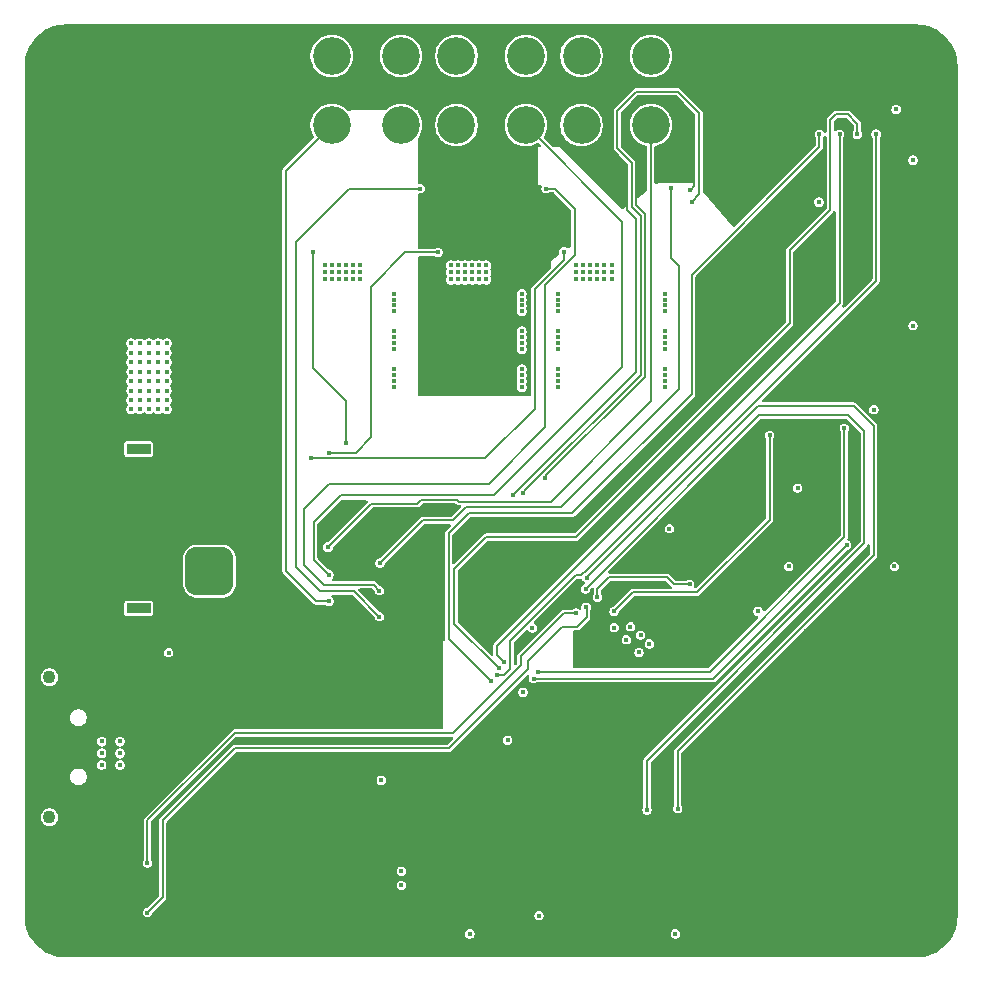
<source format=gbr>
%TF.GenerationSoftware,KiCad,Pcbnew,9.0.6-9.0.6~ubuntu24.04.1*%
%TF.CreationDate,2025-11-20T19:16:13+01:00*%
%TF.ProjectId,FOC_CONTROLLER_V2,464f435f-434f-44e5-9452-4f4c4c45525f,rev?*%
%TF.SameCoordinates,Original*%
%TF.FileFunction,Copper,L3,Inr*%
%TF.FilePolarity,Positive*%
%FSLAX46Y46*%
G04 Gerber Fmt 4.6, Leading zero omitted, Abs format (unit mm)*
G04 Created by KiCad (PCBNEW 9.0.6-9.0.6~ubuntu24.04.1) date 2025-11-20 19:16:13*
%MOMM*%
%LPD*%
G01*
G04 APERTURE LIST*
G04 Aperture macros list*
%AMRoundRect*
0 Rectangle with rounded corners*
0 $1 Rounding radius*
0 $2 $3 $4 $5 $6 $7 $8 $9 X,Y pos of 4 corners*
0 Add a 4 corners polygon primitive as box body*
4,1,4,$2,$3,$4,$5,$6,$7,$8,$9,$2,$3,0*
0 Add four circle primitives for the rounded corners*
1,1,$1+$1,$2,$3*
1,1,$1+$1,$4,$5*
1,1,$1+$1,$6,$7*
1,1,$1+$1,$8,$9*
0 Add four rect primitives between the rounded corners*
20,1,$1+$1,$2,$3,$4,$5,0*
20,1,$1+$1,$4,$5,$6,$7,0*
20,1,$1+$1,$6,$7,$8,$9,0*
20,1,$1+$1,$8,$9,$2,$3,0*%
G04 Aperture macros list end*
%TA.AperFunction,ComponentPad*%
%ADD10C,3.200000*%
%TD*%
%TA.AperFunction,ComponentPad*%
%ADD11C,0.800000*%
%TD*%
%TA.AperFunction,ComponentPad*%
%ADD12C,6.400000*%
%TD*%
%TA.AperFunction,ComponentPad*%
%ADD13C,1.090000*%
%TD*%
%TA.AperFunction,ComponentPad*%
%ADD14R,2.000000X0.900000*%
%TD*%
%TA.AperFunction,ComponentPad*%
%ADD15RoundRect,1.025000X1.025000X-1.025000X1.025000X1.025000X-1.025000X1.025000X-1.025000X-1.025000X0*%
%TD*%
%TA.AperFunction,ComponentPad*%
%ADD16C,4.100000*%
%TD*%
%TA.AperFunction,ViaPad*%
%ADD17C,0.450000*%
%TD*%
%TA.AperFunction,ViaPad*%
%ADD18C,0.400000*%
%TD*%
%TA.AperFunction,Conductor*%
%ADD19C,0.200000*%
%TD*%
G04 APERTURE END LIST*
D10*
%TO.N,/OUT1*%
%TO.C,J2*%
X126505000Y-65035000D03*
X132375000Y-65035000D03*
X126505000Y-59165000D03*
X132375000Y-59165000D03*
%TD*%
D11*
%TO.N,GND*%
%TO.C,H4*%
X115100000Y-67000000D03*
X115802944Y-65302944D03*
X115802944Y-68697056D03*
X117500000Y-64600000D03*
D12*
X117500000Y-67000000D03*
D11*
X117500000Y-69400000D03*
X119197056Y-65302944D03*
X119197056Y-68697056D03*
X119900000Y-67000000D03*
%TD*%
D13*
%TO.N,N/C*%
%TO.C,J11*%
X102607500Y-111775000D03*
X102607500Y-123625000D03*
%TD*%
D10*
%TO.N,/OUT2*%
%TO.C,V*%
X137065000Y-65035000D03*
X142935000Y-65035000D03*
X137065000Y-59165000D03*
X142935000Y-59165000D03*
%TD*%
D14*
%TO.N,*%
%TO.C,DC IN*%
X110150000Y-105950000D03*
X110150000Y-92450000D03*
D15*
%TO.N,+48V*%
X116150000Y-102800000D03*
D16*
%TO.N,GND*%
X116150000Y-95600000D03*
%TD*%
D11*
%TO.N,GND*%
%TO.C,RS485*%
X115100000Y-125000000D03*
X115802944Y-123302944D03*
X115802944Y-126697056D03*
X117500000Y-122600000D03*
D12*
X117500000Y-125000000D03*
D11*
X117500000Y-127400000D03*
X119197056Y-123302944D03*
X119197056Y-126697056D03*
X119900000Y-125000000D03*
%TD*%
D10*
%TO.N,/OUT3*%
%TO.C,J4*%
X147655000Y-65035000D03*
X153525000Y-65035000D03*
X147655000Y-59165000D03*
X153525000Y-59165000D03*
%TD*%
D11*
%TO.N,GND*%
%TO.C,H3*%
X160100000Y-67000000D03*
X160802944Y-65302944D03*
X160802944Y-68697056D03*
X162500000Y-64600000D03*
D12*
X162500000Y-67000000D03*
D11*
X162500000Y-69400000D03*
X164197056Y-65302944D03*
X164197056Y-68697056D03*
X164900000Y-67000000D03*
%TD*%
%TO.N,GND*%
%TO.C,H2*%
X160100000Y-125000000D03*
X160802944Y-123302944D03*
X160802944Y-126697056D03*
X162500000Y-122600000D03*
D12*
X162500000Y-125000000D03*
D11*
X162500000Y-127400000D03*
X164197056Y-123302944D03*
X164197056Y-126697056D03*
X164900000Y-125000000D03*
%TD*%
D17*
%TO.N,/OUT1*%
X126250000Y-105350000D03*
D18*
%TO.N,GND*%
X178900000Y-72700000D03*
X170300000Y-57000000D03*
D17*
X135000000Y-80800001D03*
D18*
X114800000Y-135000000D03*
D17*
X139800002Y-104900000D03*
D18*
X178900000Y-108700000D03*
D17*
X140500001Y-102500000D03*
D18*
X167299999Y-135000000D03*
X149332664Y-108674696D03*
X178900000Y-74200000D03*
X141853554Y-96353554D03*
X122300000Y-135000000D03*
X101100000Y-63200000D03*
X140250000Y-116800000D03*
X104300000Y-57000000D03*
X161300000Y-135000000D03*
X135160000Y-97275000D03*
X110300000Y-135000000D03*
X107300000Y-57000000D03*
D17*
X158050000Y-82499999D03*
X111033885Y-74899999D03*
X109533886Y-75700000D03*
D18*
X132800000Y-116000000D03*
D17*
X140500001Y-105700001D03*
X145700000Y-79299999D03*
D18*
X120800000Y-135000000D03*
X167600000Y-91200000D03*
X101100000Y-97700000D03*
D17*
X158050000Y-86700000D03*
X110233885Y-70900001D03*
D18*
X110300000Y-57000000D03*
D17*
X158050000Y-87200000D03*
X112533885Y-74900000D03*
D18*
X123550000Y-62149999D03*
X159800001Y-57000000D03*
X122300000Y-57000000D03*
D17*
X112533884Y-74100000D03*
X145700000Y-80799999D03*
D18*
X178900000Y-95200000D03*
X120800000Y-57000000D03*
D17*
X141300001Y-103300000D03*
D18*
X141100000Y-127300000D03*
X166000000Y-81600000D03*
D17*
X111033885Y-74100000D03*
D18*
X108800001Y-57000000D03*
X154600000Y-113000000D03*
X152300000Y-135000000D03*
X178900000Y-99700000D03*
X101100000Y-112700000D03*
X136660000Y-97275000D03*
X173300000Y-57000000D03*
X168800001Y-135000000D03*
X101100000Y-75200000D03*
D17*
X142800000Y-105700000D03*
D18*
X178900000Y-66700000D03*
D17*
X111833885Y-72500001D03*
D18*
X101100000Y-132200000D03*
X135200000Y-117100000D03*
X101100000Y-78200000D03*
X178900000Y-60700000D03*
D17*
X111033885Y-72500000D03*
D18*
X178900000Y-83200000D03*
X101100000Y-106700000D03*
D17*
X111033885Y-76500000D03*
X109533886Y-71700000D03*
X142800000Y-103300000D03*
X135000000Y-86700000D03*
D18*
X101100000Y-123200000D03*
D17*
X145700000Y-85699998D03*
D18*
X123550000Y-59150002D03*
X167900000Y-78300000D03*
X178900000Y-119200000D03*
X130200000Y-112700000D03*
X111800000Y-57000000D03*
X156450000Y-64250001D03*
D17*
X158050000Y-79299999D03*
D18*
X123550000Y-66650000D03*
X168800001Y-57000000D03*
X120100000Y-121600000D03*
X101100000Y-100700000D03*
D17*
X135000000Y-87200000D03*
X111833884Y-70900001D03*
X141300001Y-104099999D03*
D18*
X178900000Y-68200000D03*
X146800000Y-98900000D03*
X101100000Y-60200000D03*
X178900000Y-120700000D03*
X157800000Y-112900000D03*
X129800000Y-135000000D03*
D17*
X145700000Y-80300000D03*
D18*
X101100000Y-127700000D03*
X158299999Y-57000000D03*
X101100000Y-73700000D03*
X135800001Y-135000000D03*
X161600000Y-96050000D03*
X101100000Y-102200000D03*
X178900000Y-105700000D03*
D17*
X135000000Y-84000000D03*
D18*
X171800000Y-135000000D03*
X158299999Y-135000000D03*
X141800000Y-135000000D03*
X107300000Y-135000000D03*
X153900000Y-102000000D03*
X178900000Y-107200000D03*
X101100000Y-130700000D03*
X178900000Y-71200000D03*
D17*
X139800002Y-103300000D03*
D18*
X174800000Y-135000000D03*
X144000000Y-118500000D03*
X164700000Y-90900000D03*
X156450000Y-59750000D03*
X178900000Y-96700000D03*
D17*
X110233885Y-73300000D03*
D18*
X134299999Y-135000000D03*
X101100000Y-87200000D03*
X101100000Y-93200000D03*
X178900000Y-126700000D03*
X126800001Y-135000000D03*
X131300000Y-135000000D03*
D17*
X139800000Y-104100000D03*
D18*
X167300000Y-57000000D03*
X155900000Y-114200000D03*
X150800001Y-135000000D03*
X101100000Y-90200000D03*
X119300000Y-57000000D03*
X144603554Y-94903554D03*
X134750000Y-99900000D03*
X116299999Y-57000000D03*
X147800000Y-135000000D03*
X131550000Y-99800000D03*
D17*
X142100000Y-105700001D03*
D18*
X172400000Y-86700000D03*
X101100000Y-114200000D03*
D17*
X111033885Y-71700000D03*
D18*
X178900000Y-122200000D03*
D17*
X158050000Y-80799999D03*
D18*
X101100000Y-129200000D03*
D17*
X112533885Y-75700001D03*
D18*
X101100000Y-118700000D03*
X101100000Y-121700000D03*
X178900000Y-102700000D03*
D17*
X111033885Y-70900000D03*
X142100000Y-103300000D03*
D18*
X101100000Y-117200000D03*
X144800001Y-135000000D03*
X101100000Y-82700000D03*
D17*
X111833885Y-73300000D03*
D18*
X178900000Y-128200000D03*
X123550000Y-65149997D03*
D17*
X135000000Y-83500000D03*
D18*
X105800000Y-135000000D03*
D17*
X140500001Y-104900000D03*
D18*
X146300000Y-135000000D03*
X107032500Y-116200000D03*
D17*
X110233885Y-71700000D03*
D18*
X178900000Y-69700000D03*
X105800000Y-57000000D03*
X101100000Y-61700000D03*
D17*
X110233885Y-76500001D03*
X140500001Y-104100000D03*
D18*
X145000000Y-113700000D03*
X143299999Y-135000000D03*
X178900000Y-84700000D03*
X178900000Y-89200000D03*
X174500000Y-108000000D03*
D17*
X111833885Y-75700000D03*
D18*
X123550000Y-60650002D03*
X101100000Y-72200000D03*
D17*
X109533886Y-70900001D03*
X111033885Y-73300001D03*
X112533885Y-73300000D03*
D18*
X133800000Y-114250000D03*
X156450000Y-61250000D03*
X167900000Y-74900000D03*
D17*
X145700000Y-82999999D03*
D18*
X101100000Y-79700000D03*
X178900000Y-87700000D03*
X108800001Y-135000000D03*
X178900000Y-129700000D03*
X101100000Y-96200000D03*
X132450000Y-107850000D03*
X123800000Y-135000000D03*
D17*
X111833885Y-71700000D03*
D18*
X166700000Y-107900000D03*
X155300000Y-135000000D03*
X113775000Y-117700000D03*
D17*
X145700000Y-87200000D03*
X158050000Y-80300000D03*
X135000000Y-82999999D03*
D18*
X140300000Y-135000000D03*
D17*
X141300001Y-104900002D03*
D18*
X101100000Y-70700000D03*
X113300000Y-57000000D03*
X162700000Y-93950000D03*
D17*
X111833884Y-76500001D03*
X109533884Y-74900000D03*
D18*
X101100000Y-66200000D03*
X162800000Y-57000000D03*
X178900000Y-65200000D03*
X150100000Y-104900000D03*
X117800001Y-57000000D03*
X170225000Y-105000000D03*
X151419723Y-110765739D03*
D17*
X145700000Y-79799999D03*
X135000000Y-79299999D03*
X112533884Y-76500000D03*
D18*
X132800000Y-135000000D03*
X101100000Y-84200000D03*
X101100000Y-88700000D03*
X132100000Y-120300000D03*
X101100000Y-108200000D03*
D17*
X109533886Y-74100000D03*
X110233885Y-74900000D03*
D18*
X123550000Y-63649999D03*
D17*
X135000000Y-80300000D03*
D18*
X178900000Y-113200000D03*
D17*
X145700000Y-83500000D03*
D18*
X151800000Y-127100000D03*
X137300000Y-135000000D03*
D17*
X145700000Y-82499999D03*
D18*
X113300000Y-135000000D03*
X178900000Y-116200000D03*
D17*
X135000000Y-86199999D03*
D18*
X101100000Y-64700000D03*
X170300000Y-135000000D03*
X178900000Y-81700000D03*
X101100000Y-69200000D03*
X178900000Y-93700000D03*
X147200000Y-108700000D03*
X178900000Y-78700000D03*
D17*
X110233885Y-74100000D03*
D18*
X101100000Y-91700000D03*
X101100000Y-126200000D03*
D17*
X141300001Y-102500001D03*
D18*
X178900000Y-111700000D03*
X178900000Y-92200000D03*
D17*
X145700000Y-86199999D03*
D18*
X150351992Y-109698008D03*
X147300000Y-122700000D03*
X141800000Y-122300000D03*
D17*
X142100001Y-102500000D03*
D18*
X123550000Y-120600000D03*
X101100000Y-81200000D03*
X178900000Y-125200000D03*
D17*
X112533885Y-71700001D03*
D18*
X111800000Y-135000000D03*
X158350000Y-108950000D03*
X119300000Y-135000000D03*
X101100000Y-124700000D03*
D17*
X141300001Y-105700000D03*
D18*
X101100000Y-85700000D03*
D17*
X112533884Y-70900000D03*
X142800001Y-104900001D03*
D18*
X155100000Y-105600000D03*
D17*
X111833885Y-74900000D03*
D18*
X116299999Y-135000000D03*
X178900000Y-123700000D03*
X123550000Y-57650002D03*
X156450000Y-66100001D03*
X101100000Y-105200000D03*
X117800001Y-135000000D03*
X146300000Y-135000000D03*
X101100000Y-115700000D03*
D17*
X109533884Y-73300000D03*
D18*
X178900000Y-104200000D03*
X101100000Y-103700000D03*
D17*
X110233885Y-75700000D03*
D18*
X158400000Y-70000000D03*
X125299999Y-135000000D03*
D17*
X142800001Y-102500000D03*
X112533884Y-72500000D03*
D18*
X129600000Y-99750000D03*
X101100000Y-99200000D03*
X154400000Y-115800000D03*
D17*
X135000000Y-82500000D03*
D18*
X164300000Y-57000000D03*
X101100000Y-111200000D03*
X153800000Y-135000000D03*
D17*
X135000000Y-79799999D03*
X135000000Y-85700000D03*
D18*
X162800000Y-135000000D03*
D17*
X110233885Y-72500001D03*
D18*
X178900000Y-117700000D03*
X161300000Y-57000000D03*
X101100000Y-109700000D03*
D17*
X140500001Y-103300000D03*
X109533886Y-72500001D03*
D18*
X178900000Y-63700000D03*
X178900000Y-131200000D03*
X156800000Y-135000000D03*
X165800000Y-135000000D03*
D17*
X158050000Y-79799999D03*
D18*
X178900000Y-114700000D03*
D17*
X111033885Y-75700002D03*
D18*
X133750000Y-127450000D03*
X156800000Y-57000000D03*
X178900000Y-77200000D03*
D17*
X142100001Y-104100000D03*
D18*
X178900000Y-62200000D03*
D17*
X158050000Y-86199999D03*
X142800001Y-104100000D03*
D18*
X101100000Y-94700000D03*
D17*
X109533886Y-76500001D03*
X145700000Y-83999999D03*
D18*
X150700000Y-102600000D03*
X178900000Y-98200000D03*
X141400000Y-114400000D03*
D17*
X111833884Y-74100000D03*
D18*
X101100000Y-76700000D03*
X178900000Y-80200000D03*
X159750000Y-93850000D03*
D17*
X158050000Y-85699998D03*
D18*
X101100000Y-90200000D03*
X138500000Y-116950000D03*
X178900000Y-110200000D03*
D17*
X142100001Y-104900000D03*
D18*
X108582500Y-116200000D03*
X159800001Y-135000000D03*
X128300000Y-135000000D03*
X101100000Y-120200000D03*
D17*
X158050000Y-82999999D03*
X145700000Y-86700000D03*
D18*
X171800000Y-57000000D03*
X101100000Y-67700000D03*
X162200000Y-91900000D03*
X178900000Y-75700000D03*
X104300000Y-135000000D03*
D17*
X158050000Y-83999999D03*
D18*
X164300000Y-135000000D03*
X156800000Y-70500000D03*
D17*
X139800002Y-105700001D03*
D18*
X149300000Y-135000000D03*
X173300000Y-135000000D03*
X138800000Y-135000000D03*
X171700000Y-101200000D03*
X154400000Y-123800000D03*
X114800000Y-57000000D03*
X154500000Y-119600000D03*
D17*
X139800000Y-102500000D03*
X158050000Y-83500000D03*
%TO.N,/OUT2*%
X126250001Y-103100000D03*
D18*
%TO.N,+3.3V*%
X167750000Y-71550000D03*
X141400000Y-117100000D03*
X162600000Y-106190001D03*
X155600000Y-133500000D03*
X175725000Y-82000000D03*
X174300000Y-63700000D03*
X151800000Y-107500000D03*
X174150000Y-102400000D03*
X165950000Y-95750000D03*
X152515739Y-109669723D03*
X172400000Y-89125000D03*
X175725000Y-68000000D03*
X144060000Y-131960000D03*
X150428680Y-107578680D03*
X153400000Y-108950000D03*
X151448008Y-108601992D03*
X152650000Y-108200000D03*
X130700000Y-120500000D03*
X165200000Y-102400000D03*
%TO.N,+5V*%
X132400000Y-128200000D03*
X138200000Y-133500000D03*
X107032500Y-119200000D03*
X108582500Y-119200000D03*
X132400000Y-129400000D03*
%TO.N,/NTC*%
X157000000Y-71500000D03*
X142724266Y-96175734D03*
D17*
%TO.N,/OUT3*%
X126200000Y-100750000D03*
D18*
%TO.N,Net-(IC1-PC14)*%
X110900000Y-127500000D03*
X147200000Y-106350000D03*
%TO.N,Net-(IC1-PC15)*%
X110900000Y-131700000D03*
X148050000Y-105850000D03*
%TO.N,/VCP_RX*%
X155800000Y-122900000D03*
X148100000Y-103350000D03*
%TO.N,/NRST*%
X149000000Y-105000000D03*
X156800000Y-103900000D03*
%TO.N,/VCP_TX*%
X148000000Y-104300000D03*
X153200000Y-123000000D03*
%TO.N,Net-(IC1-PB4)*%
X141100000Y-110500000D03*
X169500000Y-65800000D03*
%TO.N,Net-(IC1-PB3)*%
X140645522Y-111017912D03*
X171000000Y-65800000D03*
%TO.N,Net-(IC1-PD2)*%
X172600000Y-65800000D03*
X140500000Y-111600000D03*
%TO.N,/User*%
X150400000Y-106200000D03*
X163575000Y-91300000D03*
%TO.N,Net-(IC1-PB5)*%
X140000000Y-112100000D03*
X167800000Y-65800000D03*
%TO.N,Net-(Q1-G)*%
X127700000Y-91950000D03*
X124900000Y-75800000D03*
%TO.N,Net-(Q2-G)*%
X130550000Y-104450000D03*
X144650000Y-70400000D03*
%TO.N,Net-(Q3-G)*%
X130550000Y-106650000D03*
X134000000Y-70400000D03*
%TO.N,Net-(Q4-G)*%
X135500000Y-75800000D03*
X126300000Y-92750000D03*
%TO.N,Net-(Q5-G)*%
X130600000Y-102100000D03*
X155200000Y-70393000D03*
%TO.N,Net-(Q6-G)*%
X146150000Y-75750000D03*
X124750000Y-93250000D03*
D17*
%TO.N,+48V*%
X142600000Y-86700000D03*
X154750000Y-86199999D03*
X111033885Y-86699999D03*
X154750000Y-84000000D03*
X142600000Y-79799999D03*
X154750000Y-80300000D03*
X112533885Y-87500001D03*
X111833885Y-85100000D03*
X112533884Y-85900000D03*
X154750000Y-79299999D03*
X109533884Y-85100000D03*
X142600000Y-83500000D03*
X142600000Y-80300000D03*
X112533885Y-86700000D03*
X131800000Y-80299999D03*
X131800000Y-79799998D03*
X111833885Y-83500000D03*
X112533885Y-85100000D03*
X131800000Y-79299998D03*
X154750000Y-82499998D03*
X111833885Y-87500000D03*
X111033885Y-85900000D03*
X131800000Y-84000000D03*
X142600000Y-86199999D03*
X131800000Y-83499999D03*
X131800000Y-82999998D03*
X112533885Y-83500001D03*
X110233885Y-89100000D03*
X109533886Y-85900000D03*
D18*
X155100000Y-99200000D03*
D17*
X111033885Y-87500002D03*
X131800000Y-85699999D03*
X154750000Y-87200000D03*
X109533886Y-83500000D03*
X154750000Y-85699998D03*
X110233885Y-86700000D03*
X154750000Y-80799999D03*
X111033885Y-89100000D03*
X109533886Y-84300001D03*
X111833885Y-89100000D03*
D18*
X143500000Y-107600000D03*
D17*
X110233885Y-87500000D03*
X142600000Y-87200000D03*
X111833885Y-84300001D03*
X109533886Y-88300001D03*
X111833884Y-88300001D03*
X111833885Y-86700000D03*
X131800000Y-86699999D03*
X109533886Y-87500000D03*
X154750000Y-86700000D03*
X110233885Y-88300001D03*
X142600000Y-82499998D03*
X154750000Y-83500000D03*
X142600000Y-80799999D03*
X111833884Y-85900000D03*
X110233885Y-85900000D03*
X111033885Y-84300000D03*
X112533885Y-89100001D03*
X142600000Y-84000000D03*
X110233885Y-85100000D03*
X112533884Y-84300000D03*
X111033885Y-88300000D03*
X109533886Y-89100000D03*
X110233885Y-83500000D03*
X142600000Y-82999999D03*
D18*
X112700000Y-109700000D03*
D17*
X131800000Y-82499998D03*
X111033885Y-85100001D03*
X110233885Y-84300001D03*
X131800000Y-87199999D03*
X142600000Y-79299999D03*
X109533884Y-86700000D03*
X154750000Y-79799999D03*
X112533884Y-88300000D03*
X131800000Y-86199998D03*
X142600000Y-85699998D03*
D18*
X142700000Y-113050001D03*
D17*
X111033885Y-83500000D03*
X154750000Y-82999999D03*
X131800000Y-80800000D03*
D18*
%TO.N,/L_SW_1*%
X169900000Y-90700000D03*
X144000000Y-111300000D03*
%TO.N,/L_SW_2*%
X143600000Y-111900000D03*
X170100000Y-100600000D03*
%TO.N,/B*%
X108582500Y-118200000D03*
X107032500Y-118200000D03*
%TO.N,/A*%
X107032500Y-117200000D03*
X108582500Y-117200000D03*
D17*
%TO.N,Net-(Q1-S-Pad1)*%
X125900000Y-78100000D03*
X125900000Y-77500000D03*
X126500000Y-78100000D03*
X126500000Y-77500000D03*
X128900000Y-78100000D03*
X127700000Y-77500000D03*
X127100000Y-76900000D03*
X126500000Y-76900000D03*
X128900000Y-77500000D03*
X125900000Y-76900000D03*
X127100000Y-78100000D03*
X128900000Y-76900000D03*
X127700000Y-78100000D03*
X127700000Y-76900000D03*
X128300000Y-76900000D03*
X128300000Y-78100000D03*
X128300000Y-77500000D03*
X127100000Y-77500000D03*
%TO.N,Net-(Q4-S-Pad1)*%
X138400000Y-78100000D03*
X138400000Y-76900000D03*
X136600000Y-78100000D03*
X139600000Y-76900000D03*
X137200000Y-77500000D03*
X137800000Y-77500000D03*
X139600000Y-77500000D03*
X139000000Y-78100000D03*
X136600000Y-77500000D03*
X139000000Y-77500000D03*
X137200000Y-76900000D03*
X139600000Y-78100000D03*
X138400000Y-77500000D03*
X136600000Y-76900000D03*
X137800000Y-76900000D03*
X139000000Y-76900000D03*
X137800000Y-78100000D03*
X137200000Y-78100000D03*
%TO.N,Net-(Q6-S-Pad1)*%
X150200000Y-77500000D03*
X148400000Y-77500000D03*
X148400000Y-78100000D03*
X149000000Y-78100000D03*
X147200000Y-76900000D03*
X149000000Y-76900000D03*
X147800000Y-77500000D03*
X149600000Y-77500000D03*
X149600000Y-78100000D03*
X147800000Y-76900000D03*
X147200000Y-77500000D03*
X149000000Y-77500000D03*
X149600000Y-76900000D03*
X148400000Y-76900000D03*
X150200000Y-76900000D03*
X147200000Y-78100000D03*
X147800000Y-78100000D03*
X150200000Y-78100000D03*
%TD*%
D19*
%TO.N,/OUT1*%
X122600000Y-102750000D02*
X122600000Y-68940000D01*
X122600000Y-68940000D02*
X126505000Y-65035000D01*
X125200000Y-105350000D02*
X122600000Y-102750000D01*
X126250000Y-105350000D02*
X125200000Y-105350000D01*
%TO.N,GND*%
X151499000Y-68366100D02*
X151499000Y-72199000D01*
X158050000Y-88000000D02*
X147317100Y-98732900D01*
X155966100Y-61799000D02*
X152133900Y-61799000D01*
X155633900Y-62601000D02*
X152466100Y-62601000D01*
X152250000Y-72950000D02*
X152250000Y-85941479D01*
X150299000Y-63633900D02*
X150299000Y-67166100D01*
X152301000Y-68033900D02*
X152301000Y-71833900D01*
X153052000Y-86315100D02*
X144603554Y-94763546D01*
X152466100Y-62601000D02*
X151101000Y-63966100D01*
X150299000Y-67166100D02*
X151499000Y-68366100D01*
X141853554Y-96337925D02*
X141853554Y-96353554D01*
X156800000Y-70500000D02*
X156900000Y-70500000D01*
X158001000Y-63833900D02*
X155966100Y-61799000D01*
X156900000Y-70500000D02*
X157199000Y-70201000D01*
X152250000Y-85941479D02*
X141853554Y-96337925D01*
X151101000Y-66833900D02*
X152301000Y-68033900D01*
X157199000Y-64166100D02*
X155633900Y-62601000D01*
X146967100Y-98732900D02*
X146800000Y-98900000D01*
X153052000Y-72584900D02*
X153052000Y-86315100D01*
X151499000Y-72199000D02*
X152250000Y-72950000D01*
X158400000Y-70000000D02*
X158001000Y-69601000D01*
X151101000Y-63966100D02*
X151101000Y-66833900D01*
X144603554Y-94763546D02*
X144603554Y-94903554D01*
X152301000Y-71833900D02*
X153052000Y-72584900D01*
X152133900Y-61799000D02*
X150299000Y-63633900D01*
X158050000Y-87200000D02*
X158050000Y-88000000D01*
X147317100Y-98732900D02*
X146967100Y-98732900D01*
X158001000Y-69601000D02*
X158001000Y-63833900D01*
X157199000Y-70201000D02*
X157199000Y-64166100D01*
%TO.N,/OUT2*%
X125000000Y-101849999D02*
X125000000Y-98600000D01*
X140250000Y-96350000D02*
X151100000Y-85500000D01*
X126250001Y-103100000D02*
X125000000Y-101849999D01*
X125000000Y-98600000D02*
X127250000Y-96350000D01*
X151100000Y-73200000D02*
X142935000Y-65035000D01*
X127250000Y-96350000D02*
X140250000Y-96350000D01*
X151100000Y-85500000D02*
X151100000Y-73200000D01*
%TO.N,/NTC*%
X142724266Y-96175734D02*
X142800000Y-96100000D01*
X142800000Y-96000000D02*
X152651000Y-86149000D01*
X142800000Y-96100000D02*
X142800000Y-96000000D01*
X155800000Y-62200000D02*
X157600000Y-64000000D01*
X157600000Y-70900000D02*
X157000000Y-71500000D01*
X152651000Y-86149000D02*
X152651000Y-72751000D01*
X151900000Y-72000000D02*
X151900000Y-68200000D01*
X157600000Y-64000000D02*
X157600000Y-70900000D01*
X152300000Y-62200000D02*
X155800000Y-62200000D01*
X150700000Y-63800000D02*
X152300000Y-62200000D01*
X151900000Y-68200000D02*
X150700000Y-67000000D01*
X152651000Y-72751000D02*
X151900000Y-72000000D01*
X150700000Y-67000000D02*
X150700000Y-63800000D01*
%TO.N,/OUT3*%
X153525000Y-65035000D02*
X153525000Y-88425000D01*
X153525000Y-88425000D02*
X145050000Y-96900000D01*
X134049000Y-96751000D02*
X133700000Y-97100000D01*
X129850000Y-97100000D02*
X126200000Y-100750000D01*
X145050000Y-96900000D02*
X137300000Y-96900000D01*
X137151000Y-96751000D02*
X134049000Y-96751000D01*
X137300000Y-96900000D02*
X137151000Y-96751000D01*
X133700000Y-97100000D02*
X129850000Y-97100000D01*
%TO.N,Net-(IC1-PC14)*%
X146150000Y-106350000D02*
X142500000Y-110000000D01*
X142500000Y-110000000D02*
X142500000Y-110767100D01*
X110900000Y-123900000D02*
X110900000Y-127500000D01*
X142500000Y-110767100D02*
X136767100Y-116500000D01*
X147200000Y-106350000D02*
X146150000Y-106350000D01*
X118300000Y-116500000D02*
X110900000Y-123900000D01*
X136767100Y-116500000D02*
X118300000Y-116500000D01*
%TO.N,Net-(IC1-PC15)*%
X143100000Y-111106521D02*
X143100000Y-110400000D01*
X110900000Y-131700000D02*
X112200000Y-130400000D01*
X146000000Y-107500000D02*
X147300000Y-107500000D01*
X143100000Y-110400000D02*
X146000000Y-107500000D01*
X112200000Y-123900000D02*
X118300000Y-117800000D01*
X136406521Y-117800000D02*
X143100000Y-111106521D01*
X118300000Y-117800000D02*
X136406521Y-117800000D01*
X112200000Y-130400000D02*
X112200000Y-123900000D01*
X148100000Y-106700000D02*
X148100000Y-105900000D01*
X147300000Y-107500000D02*
X148100000Y-106700000D01*
X148100000Y-105900000D02*
X148050000Y-105850000D01*
%TO.N,/VCP_RX*%
X155800000Y-118050000D02*
X155800000Y-122900000D01*
X148100000Y-103300000D02*
X162600000Y-88800000D01*
X172400000Y-90500000D02*
X172400000Y-101450000D01*
X170700000Y-88800000D02*
X172400000Y-90500000D01*
X148100000Y-103350000D02*
X148100000Y-103300000D01*
X162600000Y-88800000D02*
X170700000Y-88800000D01*
X172400000Y-101450000D02*
X155800000Y-118050000D01*
%TO.N,/NRST*%
X154900000Y-103300000D02*
X155500000Y-103900000D01*
X155500000Y-103900000D02*
X156800000Y-103900000D01*
X149000000Y-104300000D02*
X150000000Y-103300000D01*
X149000000Y-105000000D02*
X149000000Y-104300000D01*
X150000000Y-103300000D02*
X154900000Y-103300000D01*
%TO.N,/VCP_TX*%
X171600000Y-100450000D02*
X153200000Y-118850000D01*
X171600000Y-90967100D02*
X171600000Y-100450000D01*
X153200000Y-118850000D02*
X153200000Y-123000000D01*
X170233900Y-89601000D02*
X171600000Y-90967100D01*
X162699000Y-89601000D02*
X170233900Y-89601000D01*
X148000000Y-104300000D02*
X162699000Y-89601000D01*
%TO.N,Net-(IC1-PB4)*%
X169500000Y-80100000D02*
X140500000Y-109100000D01*
X140500000Y-109900000D02*
X141100000Y-110500000D01*
X169500000Y-65800000D02*
X169500000Y-80100000D01*
X140500000Y-109100000D02*
X140500000Y-109900000D01*
%TO.N,Net-(IC1-PB3)*%
X168700000Y-72200000D02*
X168700000Y-64600000D01*
X147200000Y-99900000D02*
X165300000Y-81800000D01*
X170200000Y-64100000D02*
X171000000Y-64900000D01*
X168700000Y-64600000D02*
X169200000Y-64100000D01*
X136900000Y-107272390D02*
X136900000Y-102600000D01*
X169200000Y-64100000D02*
X170200000Y-64100000D01*
X139600000Y-99900000D02*
X147200000Y-99900000D01*
X165300000Y-81800000D02*
X165300000Y-75600000D01*
X140645522Y-111017912D02*
X136900000Y-107272390D01*
X136900000Y-102600000D02*
X139600000Y-99900000D01*
X165300000Y-75600000D02*
X168700000Y-72200000D01*
X171000000Y-64900000D02*
X171000000Y-65800000D01*
%TO.N,Net-(IC1-PD2)*%
X147951000Y-102849000D02*
X172600000Y-78200000D01*
X141100000Y-111600000D02*
X141600000Y-111100000D01*
X141600000Y-108700000D02*
X147157521Y-103142479D01*
X172600000Y-78200000D02*
X172600000Y-65800000D01*
X147157521Y-103142479D02*
X147599000Y-103142479D01*
X141600000Y-111100000D02*
X141600000Y-108700000D01*
X147892479Y-102849000D02*
X147951000Y-102849000D01*
X147599000Y-103142479D02*
X147892479Y-102849000D01*
X140500000Y-111600000D02*
X141100000Y-111600000D01*
%TO.N,/User*%
X163575000Y-98425000D02*
X157400000Y-104600000D01*
X163575000Y-91300000D02*
X163575000Y-98425000D01*
X152000000Y-104600000D02*
X150400000Y-106200000D01*
X157400000Y-104600000D02*
X152000000Y-104600000D01*
%TO.N,Net-(IC1-PB5)*%
X167800000Y-66900000D02*
X167800000Y-65800000D01*
X136400000Y-108500000D02*
X136400000Y-99600000D01*
X136400000Y-99600000D02*
X138099000Y-97901000D01*
X138099000Y-97901000D02*
X146866100Y-97901000D01*
X140000000Y-112100000D02*
X136400000Y-108500000D01*
X157001000Y-87766100D02*
X157001000Y-77699000D01*
X157001000Y-77699000D02*
X167800000Y-66900000D01*
X146866100Y-97901000D02*
X157001000Y-87766100D01*
%TO.N,Net-(Q1-G)*%
X124900000Y-85600000D02*
X124900000Y-75800000D01*
X127700000Y-91950000D02*
X127700000Y-88400000D01*
X127700000Y-88400000D02*
X124900000Y-85600000D01*
%TO.N,Net-(Q2-G)*%
X144600000Y-90600000D02*
X139800000Y-95400000D01*
X147100000Y-76067100D02*
X144600000Y-78567100D01*
X126300000Y-95400000D02*
X124200000Y-97500000D01*
X147100000Y-72100000D02*
X147100000Y-76067100D01*
X124200000Y-102300000D02*
X125850000Y-103950000D01*
X144650000Y-70400000D02*
X145400000Y-70400000D01*
X130050000Y-103950000D02*
X130550000Y-104450000D01*
X145400000Y-70400000D02*
X147100000Y-72100000D01*
X124200000Y-97500000D02*
X124200000Y-102300000D01*
X125850000Y-103950000D02*
X130050000Y-103950000D01*
X144600000Y-78567100D02*
X144600000Y-90600000D01*
X139800000Y-95400000D02*
X126300000Y-95400000D01*
%TO.N,Net-(Q3-G)*%
X123500000Y-74900000D02*
X128000000Y-70400000D01*
X128000000Y-70400000D02*
X134000000Y-70400000D01*
X125532900Y-104500000D02*
X123500000Y-102467100D01*
X128400000Y-104500000D02*
X125532900Y-104500000D01*
X123500000Y-102467100D02*
X123500000Y-74900000D01*
X130550000Y-106650000D02*
X128400000Y-104500000D01*
%TO.N,Net-(Q4-G)*%
X129850000Y-91450000D02*
X128550000Y-92750000D01*
X128550000Y-92750000D02*
X126300000Y-92750000D01*
X132750000Y-75800000D02*
X129850000Y-78700000D01*
X135500000Y-75800000D02*
X132750000Y-75800000D01*
X129850000Y-78700000D02*
X129850000Y-91450000D01*
%TO.N,Net-(Q5-G)*%
X155900000Y-77000000D02*
X155900000Y-87400000D01*
X155900000Y-87400000D02*
X145900000Y-97400000D01*
X155200000Y-70393000D02*
X155200000Y-76300000D01*
X145900000Y-97400000D02*
X137900000Y-97400000D01*
X155200000Y-76300000D02*
X155900000Y-77000000D01*
X134200000Y-98500000D02*
X130600000Y-102100000D01*
X137900000Y-97400000D02*
X136800000Y-98500000D01*
X136800000Y-98500000D02*
X134200000Y-98500000D01*
%TO.N,Net-(Q6-G)*%
X139500000Y-93250000D02*
X124750000Y-93250000D01*
X143700000Y-78900000D02*
X143700000Y-89050000D01*
X143700000Y-89050000D02*
X139500000Y-93250000D01*
X146150000Y-75750000D02*
X146150000Y-76450000D01*
X146150000Y-76450000D02*
X143700000Y-78900000D01*
%TO.N,/L_SW_1*%
X169900000Y-99900000D02*
X169900000Y-90700000D01*
X158500000Y-111300000D02*
X169900000Y-99900000D01*
X144000000Y-111300000D02*
X158500000Y-111300000D01*
%TO.N,/L_SW_2*%
X151599000Y-111892479D02*
X151606521Y-111900000D01*
X152601000Y-111892479D02*
X152601000Y-111900000D01*
X151599000Y-111900000D02*
X151599000Y-111892479D01*
X151606521Y-111900000D02*
X152593479Y-111900000D01*
X152601000Y-111900000D02*
X158800000Y-111900000D01*
X158800000Y-111900000D02*
X170100000Y-100600000D01*
X143600000Y-111900000D02*
X151599000Y-111900000D01*
X152593479Y-111900000D02*
X152601000Y-111892479D01*
%TD*%
%TA.AperFunction,Conductor*%
%TO.N,GND*%
G36*
X169152154Y-72301145D02*
G01*
X169192681Y-72358060D01*
X169199500Y-72398614D01*
X169199500Y-79924167D01*
X169179815Y-79991206D01*
X169163181Y-80011848D01*
X140259541Y-108915487D01*
X140259535Y-108915495D01*
X140219982Y-108984004D01*
X140219979Y-108984009D01*
X140199500Y-109060439D01*
X140199500Y-109847557D01*
X140179815Y-109914596D01*
X140127011Y-109960351D01*
X140057853Y-109970295D01*
X139994297Y-109941270D01*
X139987819Y-109935238D01*
X137236819Y-107184238D01*
X137203334Y-107122915D01*
X137200500Y-107096557D01*
X137200500Y-102775833D01*
X137220185Y-102708794D01*
X137236819Y-102688152D01*
X139688152Y-100236819D01*
X139749475Y-100203334D01*
X139775833Y-100200500D01*
X147239560Y-100200500D01*
X147239562Y-100200500D01*
X147315989Y-100180021D01*
X147384511Y-100140460D01*
X147440460Y-100084511D01*
X165540460Y-81984511D01*
X165561959Y-81947273D01*
X165580021Y-81915989D01*
X165600500Y-81839562D01*
X165600500Y-75775833D01*
X165620185Y-75708794D01*
X165636819Y-75688152D01*
X167257840Y-74067131D01*
X168940460Y-72384511D01*
X168943052Y-72380021D01*
X168968115Y-72336609D01*
X169018683Y-72288397D01*
X169087290Y-72275176D01*
X169152154Y-72301145D01*
G37*
%TD.AperFunction*%
%TA.AperFunction,Conductor*%
G36*
X168352152Y-65927939D02*
G01*
X168392680Y-65984853D01*
X168399500Y-66025409D01*
X168399500Y-72024167D01*
X168379815Y-72091206D01*
X168363181Y-72111848D01*
X165059541Y-75415487D01*
X165059535Y-75415495D01*
X165019982Y-75484004D01*
X165019979Y-75484009D01*
X165006326Y-75534962D01*
X165001203Y-75554085D01*
X164999500Y-75560439D01*
X164999500Y-81624167D01*
X164979815Y-81691206D01*
X164963181Y-81711848D01*
X147111848Y-99563181D01*
X147050525Y-99596666D01*
X147024167Y-99599500D01*
X139560438Y-99599500D01*
X139484010Y-99619978D01*
X139415489Y-99659540D01*
X139415486Y-99659542D01*
X136912181Y-102162848D01*
X136850858Y-102196333D01*
X136781166Y-102191349D01*
X136725233Y-102149477D01*
X136700816Y-102084013D01*
X136700500Y-102075167D01*
X136700500Y-99775833D01*
X136720185Y-99708794D01*
X136736819Y-99688152D01*
X138187152Y-98237819D01*
X138248475Y-98204334D01*
X138274833Y-98201500D01*
X146905660Y-98201500D01*
X146905662Y-98201500D01*
X146982089Y-98181021D01*
X147050611Y-98141460D01*
X147106560Y-98085511D01*
X157241460Y-87950611D01*
X157241813Y-87950000D01*
X157281021Y-87882089D01*
X157301500Y-87805662D01*
X157301500Y-77874833D01*
X157321185Y-77807794D01*
X157337819Y-77787152D01*
X163627698Y-71497273D01*
X167349500Y-71497273D01*
X167349500Y-71602726D01*
X167376793Y-71704586D01*
X167376794Y-71704589D01*
X167390922Y-71729059D01*
X167429520Y-71795913D01*
X167504087Y-71870480D01*
X167595413Y-71923207D01*
X167697273Y-71950500D01*
X167697275Y-71950500D01*
X167802725Y-71950500D01*
X167802727Y-71950500D01*
X167904587Y-71923207D01*
X167995913Y-71870480D01*
X168070480Y-71795913D01*
X168123207Y-71704587D01*
X168150500Y-71602727D01*
X168150500Y-71497273D01*
X168123207Y-71395413D01*
X168070480Y-71304087D01*
X167995913Y-71229520D01*
X167904587Y-71176793D01*
X167802727Y-71149500D01*
X167697273Y-71149500D01*
X167595413Y-71176793D01*
X167595410Y-71176794D01*
X167504085Y-71229521D01*
X167429521Y-71304085D01*
X167376794Y-71395410D01*
X167376793Y-71395413D01*
X167349500Y-71497273D01*
X163627698Y-71497273D01*
X163723506Y-71401465D01*
X165348971Y-69776000D01*
X168040460Y-67084511D01*
X168066411Y-67039562D01*
X168080021Y-67015989D01*
X168100500Y-66939562D01*
X168100500Y-66113743D01*
X168117113Y-66051743D01*
X168120477Y-66045915D01*
X168120480Y-66045913D01*
X168168114Y-65963407D01*
X168218680Y-65915193D01*
X168287287Y-65901971D01*
X168352152Y-65927939D01*
G37*
%TD.AperFunction*%
%TA.AperFunction,Conductor*%
G36*
X155691206Y-62520185D02*
G01*
X155711848Y-62536819D01*
X157263181Y-64088152D01*
X157296666Y-64149475D01*
X157299500Y-64175833D01*
X157299500Y-69776000D01*
X157279815Y-69843039D01*
X157227011Y-69888794D01*
X157175500Y-69900000D01*
X154175001Y-69900000D01*
X154022433Y-70010958D01*
X153956638Y-70034469D01*
X153888577Y-70018677D01*
X153839858Y-69968594D01*
X153825500Y-69910675D01*
X153825500Y-66913644D01*
X153845185Y-66846605D01*
X153897989Y-66800850D01*
X153917399Y-66793871D01*
X154104993Y-66743606D01*
X154323049Y-66653284D01*
X154527450Y-66535273D01*
X154714699Y-66391592D01*
X154881592Y-66224699D01*
X155025273Y-66037450D01*
X155143284Y-65833049D01*
X155233606Y-65614993D01*
X155294693Y-65387014D01*
X155325500Y-65153011D01*
X155325500Y-64916989D01*
X155294693Y-64682986D01*
X155233606Y-64455007D01*
X155143284Y-64236951D01*
X155143282Y-64236948D01*
X155143280Y-64236943D01*
X155092780Y-64149475D01*
X155025273Y-64032550D01*
X154981753Y-63975833D01*
X154881591Y-63845299D01*
X154714704Y-63678412D01*
X154714697Y-63678406D01*
X154527454Y-63534730D01*
X154527453Y-63534729D01*
X154527450Y-63534727D01*
X154445957Y-63487677D01*
X154323056Y-63416719D01*
X154323045Y-63416714D01*
X154104993Y-63326394D01*
X153877014Y-63265307D01*
X153877013Y-63265306D01*
X153877010Y-63265306D01*
X153643020Y-63234501D01*
X153643017Y-63234500D01*
X153643011Y-63234500D01*
X153406989Y-63234500D01*
X153406983Y-63234500D01*
X153406979Y-63234501D01*
X153172989Y-63265306D01*
X152945006Y-63326394D01*
X152726954Y-63416714D01*
X152726943Y-63416719D01*
X152522545Y-63534730D01*
X152335302Y-63678406D01*
X152335295Y-63678412D01*
X152168412Y-63845295D01*
X152168409Y-63845299D01*
X152024730Y-64032545D01*
X151906719Y-64236943D01*
X151906714Y-64236954D01*
X151816394Y-64455006D01*
X151755306Y-64682989D01*
X151724501Y-64916979D01*
X151724500Y-64916995D01*
X151724500Y-65153004D01*
X151724501Y-65153020D01*
X151755306Y-65387010D01*
X151816394Y-65614993D01*
X151906714Y-65833045D01*
X151906719Y-65833056D01*
X151946508Y-65901971D01*
X152024727Y-66037450D01*
X152024729Y-66037452D01*
X152024730Y-66037454D01*
X152168406Y-66224697D01*
X152168412Y-66224704D01*
X152335295Y-66391587D01*
X152335301Y-66391592D01*
X152522550Y-66535273D01*
X152653918Y-66611118D01*
X152726943Y-66653280D01*
X152726948Y-66653282D01*
X152726951Y-66653284D01*
X152945007Y-66743606D01*
X153132595Y-66793870D01*
X153192254Y-66830234D01*
X153222783Y-66893081D01*
X153224500Y-66913644D01*
X153224500Y-70528130D01*
X153204815Y-70595169D01*
X153173433Y-70628413D01*
X152397433Y-71192777D01*
X152331638Y-71216288D01*
X152263577Y-71200496D01*
X152214858Y-71150413D01*
X152200500Y-71092494D01*
X152200500Y-68160439D01*
X152200500Y-68160438D01*
X152180021Y-68084011D01*
X152180017Y-68084004D01*
X152140464Y-68015495D01*
X152140458Y-68015487D01*
X151036819Y-66911848D01*
X151003334Y-66850525D01*
X151000500Y-66824167D01*
X151000500Y-63975833D01*
X151020185Y-63908794D01*
X151036819Y-63888152D01*
X152388152Y-62536819D01*
X152449475Y-62503334D01*
X152475833Y-62500500D01*
X155624167Y-62500500D01*
X155691206Y-62520185D01*
G37*
%TD.AperFunction*%
%TA.AperFunction,Conductor*%
G36*
X176003032Y-56500648D02*
G01*
X176336929Y-56517052D01*
X176349037Y-56518245D01*
X176452146Y-56533539D01*
X176676699Y-56566849D01*
X176688617Y-56569219D01*
X177009951Y-56649709D01*
X177021588Y-56653240D01*
X177092806Y-56678722D01*
X177333467Y-56764832D01*
X177344688Y-56769479D01*
X177644163Y-56911120D01*
X177654871Y-56916844D01*
X177938988Y-57087137D01*
X177949106Y-57093897D01*
X178215170Y-57291224D01*
X178224576Y-57298944D01*
X178470013Y-57521395D01*
X178478604Y-57529986D01*
X178600726Y-57664727D01*
X178701055Y-57775423D01*
X178708775Y-57784829D01*
X178906102Y-58050893D01*
X178912862Y-58061011D01*
X179041776Y-58276092D01*
X179083148Y-58345116D01*
X179088883Y-58355844D01*
X179094132Y-58366943D01*
X179230514Y-58655297D01*
X179235170Y-58666540D01*
X179346759Y-58978411D01*
X179350292Y-58990055D01*
X179430777Y-59311369D01*
X179433151Y-59323305D01*
X179481754Y-59650962D01*
X179482947Y-59663071D01*
X179499351Y-59996966D01*
X179499500Y-60003051D01*
X179499500Y-131996948D01*
X179499351Y-132003033D01*
X179482947Y-132336928D01*
X179481754Y-132349037D01*
X179433151Y-132676694D01*
X179430777Y-132688630D01*
X179350292Y-133009944D01*
X179346759Y-133021588D01*
X179235170Y-133333459D01*
X179230514Y-133344702D01*
X179088885Y-133644151D01*
X179083148Y-133654883D01*
X178912862Y-133938988D01*
X178906102Y-133949106D01*
X178708775Y-134215170D01*
X178701055Y-134224576D01*
X178478611Y-134470006D01*
X178470006Y-134478611D01*
X178224576Y-134701055D01*
X178215170Y-134708775D01*
X177949106Y-134906102D01*
X177938988Y-134912862D01*
X177654883Y-135083148D01*
X177644151Y-135088885D01*
X177344702Y-135230514D01*
X177333459Y-135235170D01*
X177021588Y-135346759D01*
X177009944Y-135350292D01*
X176688630Y-135430777D01*
X176676694Y-135433151D01*
X176349037Y-135481754D01*
X176336928Y-135482947D01*
X176021989Y-135498419D01*
X176003031Y-135499351D01*
X175996949Y-135499500D01*
X104003051Y-135499500D01*
X103996968Y-135499351D01*
X103976900Y-135498365D01*
X103663071Y-135482947D01*
X103650962Y-135481754D01*
X103323305Y-135433151D01*
X103311369Y-135430777D01*
X102990055Y-135350292D01*
X102978411Y-135346759D01*
X102666540Y-135235170D01*
X102655301Y-135230515D01*
X102355844Y-135088883D01*
X102345121Y-135083150D01*
X102061011Y-134912862D01*
X102050893Y-134906102D01*
X101784829Y-134708775D01*
X101775423Y-134701055D01*
X101736475Y-134665755D01*
X101529986Y-134478604D01*
X101521395Y-134470013D01*
X101298944Y-134224576D01*
X101291224Y-134215170D01*
X101093897Y-133949106D01*
X101087137Y-133938988D01*
X100916844Y-133654871D01*
X100911120Y-133644163D01*
X100817998Y-133447273D01*
X137799500Y-133447273D01*
X137799500Y-133552727D01*
X137826793Y-133654587D01*
X137879520Y-133745913D01*
X137954087Y-133820480D01*
X138045413Y-133873207D01*
X138147273Y-133900500D01*
X138147275Y-133900500D01*
X138252725Y-133900500D01*
X138252727Y-133900500D01*
X138354587Y-133873207D01*
X138445913Y-133820480D01*
X138520480Y-133745913D01*
X138573207Y-133654587D01*
X138600500Y-133552727D01*
X138600500Y-133447273D01*
X155199500Y-133447273D01*
X155199500Y-133552727D01*
X155226793Y-133654587D01*
X155279520Y-133745913D01*
X155354087Y-133820480D01*
X155445413Y-133873207D01*
X155547273Y-133900500D01*
X155547275Y-133900500D01*
X155652725Y-133900500D01*
X155652727Y-133900500D01*
X155754587Y-133873207D01*
X155845913Y-133820480D01*
X155920480Y-133745913D01*
X155973207Y-133654587D01*
X156000500Y-133552727D01*
X156000500Y-133447273D01*
X155973207Y-133345413D01*
X155920480Y-133254087D01*
X155845913Y-133179520D01*
X155754587Y-133126793D01*
X155652727Y-133099500D01*
X155547273Y-133099500D01*
X155445413Y-133126793D01*
X155445410Y-133126794D01*
X155354085Y-133179521D01*
X155279521Y-133254085D01*
X155226794Y-133345410D01*
X155226793Y-133345413D01*
X155199500Y-133447273D01*
X138600500Y-133447273D01*
X138573207Y-133345413D01*
X138520480Y-133254087D01*
X138445913Y-133179520D01*
X138354587Y-133126793D01*
X138252727Y-133099500D01*
X138147273Y-133099500D01*
X138045413Y-133126793D01*
X138045410Y-133126794D01*
X137954085Y-133179521D01*
X137879521Y-133254085D01*
X137826794Y-133345410D01*
X137826793Y-133345413D01*
X137799500Y-133447273D01*
X100817998Y-133447273D01*
X100769479Y-133344688D01*
X100764829Y-133333459D01*
X100736429Y-133254087D01*
X100653240Y-133021588D01*
X100649707Y-133009944D01*
X100640958Y-132975015D01*
X100569219Y-132688617D01*
X100566848Y-132676694D01*
X100518245Y-132349037D01*
X100517052Y-132336927D01*
X100500649Y-132003032D01*
X100500500Y-131996948D01*
X100500500Y-127447273D01*
X110499500Y-127447273D01*
X110499500Y-127552727D01*
X110526793Y-127654587D01*
X110579520Y-127745913D01*
X110654087Y-127820480D01*
X110745413Y-127873207D01*
X110847273Y-127900500D01*
X110847275Y-127900500D01*
X110952725Y-127900500D01*
X110952727Y-127900500D01*
X111054587Y-127873207D01*
X111145913Y-127820480D01*
X111220480Y-127745913D01*
X111273207Y-127654587D01*
X111300500Y-127552727D01*
X111300500Y-127447273D01*
X111273207Y-127345413D01*
X111220480Y-127254087D01*
X111220478Y-127254085D01*
X111217113Y-127248256D01*
X111200500Y-127186256D01*
X111200500Y-124075833D01*
X111220185Y-124008794D01*
X111236819Y-123988152D01*
X118388152Y-116836819D01*
X118449475Y-116803334D01*
X118475833Y-116800500D01*
X136681688Y-116800500D01*
X136748727Y-116820185D01*
X136794482Y-116872989D01*
X136804426Y-116942147D01*
X136775401Y-117005703D01*
X136769369Y-117012181D01*
X136318369Y-117463181D01*
X136257046Y-117496666D01*
X136230688Y-117499500D01*
X118260438Y-117499500D01*
X118184010Y-117519978D01*
X118115489Y-117559540D01*
X118115486Y-117559542D01*
X111959541Y-123715487D01*
X111959535Y-123715495D01*
X111919982Y-123784004D01*
X111919979Y-123784009D01*
X111899500Y-123860439D01*
X111899500Y-130224167D01*
X111879815Y-130291206D01*
X111863181Y-130311848D01*
X110909365Y-131265663D01*
X110853778Y-131297757D01*
X110745411Y-131326793D01*
X110745410Y-131326794D01*
X110654085Y-131379521D01*
X110579521Y-131454085D01*
X110526794Y-131545410D01*
X110526793Y-131545413D01*
X110499500Y-131647273D01*
X110499500Y-131752727D01*
X110526793Y-131854587D01*
X110579520Y-131945913D01*
X110654087Y-132020480D01*
X110745413Y-132073207D01*
X110847273Y-132100500D01*
X110847275Y-132100500D01*
X110952725Y-132100500D01*
X110952727Y-132100500D01*
X111054587Y-132073207D01*
X111145913Y-132020480D01*
X111220480Y-131945913D01*
X111242789Y-131907273D01*
X143659500Y-131907273D01*
X143659500Y-132012727D01*
X143686793Y-132114587D01*
X143739520Y-132205913D01*
X143814087Y-132280480D01*
X143905413Y-132333207D01*
X144007273Y-132360500D01*
X144007275Y-132360500D01*
X144112725Y-132360500D01*
X144112727Y-132360500D01*
X144214587Y-132333207D01*
X144305913Y-132280480D01*
X144380480Y-132205913D01*
X144433207Y-132114587D01*
X144460500Y-132012727D01*
X144460500Y-131907273D01*
X144433207Y-131805413D01*
X144380480Y-131714087D01*
X144305913Y-131639520D01*
X144214587Y-131586793D01*
X144112727Y-131559500D01*
X144007273Y-131559500D01*
X143905413Y-131586793D01*
X143905410Y-131586794D01*
X143814085Y-131639521D01*
X143739521Y-131714085D01*
X143686794Y-131805410D01*
X143686793Y-131805413D01*
X143659500Y-131907273D01*
X111242789Y-131907273D01*
X111273207Y-131854587D01*
X111300500Y-131752727D01*
X111300500Y-131752585D01*
X111302411Y-131745599D01*
X111305401Y-131740749D01*
X111334334Y-131690636D01*
X112440460Y-130584511D01*
X112480022Y-130515988D01*
X112500500Y-130439562D01*
X112500500Y-130360438D01*
X112500500Y-129347273D01*
X131999500Y-129347273D01*
X131999500Y-129452727D01*
X132026793Y-129554587D01*
X132079520Y-129645913D01*
X132154087Y-129720480D01*
X132245413Y-129773207D01*
X132347273Y-129800500D01*
X132347275Y-129800500D01*
X132452725Y-129800500D01*
X132452727Y-129800500D01*
X132554587Y-129773207D01*
X132645913Y-129720480D01*
X132720480Y-129645913D01*
X132773207Y-129554587D01*
X132800500Y-129452727D01*
X132800500Y-129347273D01*
X132773207Y-129245413D01*
X132720480Y-129154087D01*
X132645913Y-129079520D01*
X132554587Y-129026793D01*
X132452727Y-128999500D01*
X132347273Y-128999500D01*
X132245413Y-129026793D01*
X132245410Y-129026794D01*
X132154085Y-129079521D01*
X132079521Y-129154085D01*
X132026794Y-129245410D01*
X132026793Y-129245413D01*
X131999500Y-129347273D01*
X112500500Y-129347273D01*
X112500500Y-128147273D01*
X131999500Y-128147273D01*
X131999500Y-128252727D01*
X132026793Y-128354587D01*
X132079520Y-128445913D01*
X132154087Y-128520480D01*
X132245413Y-128573207D01*
X132347273Y-128600500D01*
X132347275Y-128600500D01*
X132452725Y-128600500D01*
X132452727Y-128600500D01*
X132554587Y-128573207D01*
X132645913Y-128520480D01*
X132720480Y-128445913D01*
X132773207Y-128354587D01*
X132800500Y-128252727D01*
X132800500Y-128147273D01*
X132773207Y-128045413D01*
X132720480Y-127954087D01*
X132645913Y-127879520D01*
X132554587Y-127826793D01*
X132452727Y-127799500D01*
X132347273Y-127799500D01*
X132245413Y-127826793D01*
X132245410Y-127826794D01*
X132154085Y-127879521D01*
X132079521Y-127954085D01*
X132026794Y-128045410D01*
X132026793Y-128045413D01*
X131999500Y-128147273D01*
X112500500Y-128147273D01*
X112500500Y-124075833D01*
X112520185Y-124008794D01*
X112536819Y-123988152D01*
X116077698Y-120447273D01*
X130299500Y-120447273D01*
X130299500Y-120552727D01*
X130326793Y-120654587D01*
X130379520Y-120745913D01*
X130454087Y-120820480D01*
X130545413Y-120873207D01*
X130647273Y-120900500D01*
X130647275Y-120900500D01*
X130752725Y-120900500D01*
X130752727Y-120900500D01*
X130854587Y-120873207D01*
X130945913Y-120820480D01*
X131020480Y-120745913D01*
X131073207Y-120654587D01*
X131100500Y-120552727D01*
X131100500Y-120447273D01*
X131073207Y-120345413D01*
X131020480Y-120254087D01*
X130945913Y-120179520D01*
X130854587Y-120126793D01*
X130752727Y-120099500D01*
X130647273Y-120099500D01*
X130545413Y-120126793D01*
X130545410Y-120126794D01*
X130454085Y-120179521D01*
X130379521Y-120254085D01*
X130326794Y-120345410D01*
X130326793Y-120345413D01*
X130299500Y-120447273D01*
X116077698Y-120447273D01*
X118388152Y-118136819D01*
X118449475Y-118103334D01*
X118475833Y-118100500D01*
X136446081Y-118100500D01*
X136446083Y-118100500D01*
X136522510Y-118080021D01*
X136591032Y-118040460D01*
X136646981Y-117984511D01*
X137584219Y-117047273D01*
X140999500Y-117047273D01*
X140999500Y-117152727D01*
X141026793Y-117254587D01*
X141079520Y-117345913D01*
X141154087Y-117420480D01*
X141245413Y-117473207D01*
X141347273Y-117500500D01*
X141347275Y-117500500D01*
X141452725Y-117500500D01*
X141452727Y-117500500D01*
X141554587Y-117473207D01*
X141645913Y-117420480D01*
X141720480Y-117345913D01*
X141773207Y-117254587D01*
X141800500Y-117152727D01*
X141800500Y-117047273D01*
X141773207Y-116945413D01*
X141720480Y-116854087D01*
X141645913Y-116779520D01*
X141554587Y-116726793D01*
X141452727Y-116699500D01*
X141347273Y-116699500D01*
X141245413Y-116726793D01*
X141245410Y-116726794D01*
X141154085Y-116779521D01*
X141079521Y-116854085D01*
X141026794Y-116945410D01*
X141026793Y-116945413D01*
X140999500Y-117047273D01*
X137584219Y-117047273D01*
X141634217Y-112997274D01*
X142299500Y-112997274D01*
X142299500Y-113102728D01*
X142326793Y-113204588D01*
X142379520Y-113295914D01*
X142454087Y-113370481D01*
X142545413Y-113423208D01*
X142647273Y-113450501D01*
X142647275Y-113450501D01*
X142752725Y-113450501D01*
X142752727Y-113450501D01*
X142854587Y-113423208D01*
X142945913Y-113370481D01*
X143020480Y-113295914D01*
X143073207Y-113204588D01*
X143100500Y-113102728D01*
X143100500Y-112997274D01*
X143073207Y-112895414D01*
X143020480Y-112804088D01*
X142945913Y-112729521D01*
X142854587Y-112676794D01*
X142752727Y-112649501D01*
X142647273Y-112649501D01*
X142545413Y-112676794D01*
X142545410Y-112676795D01*
X142454085Y-112729522D01*
X142379521Y-112804086D01*
X142326794Y-112895411D01*
X142326793Y-112895414D01*
X142299500Y-112997274D01*
X141634217Y-112997274D01*
X143026913Y-111604578D01*
X143088234Y-111571095D01*
X143157926Y-111576079D01*
X143213859Y-111617951D01*
X143238276Y-111683415D01*
X143229156Y-111739707D01*
X143226794Y-111745409D01*
X143226793Y-111745413D01*
X143199500Y-111847273D01*
X143199500Y-111952727D01*
X143226793Y-112054587D01*
X143279520Y-112145913D01*
X143354087Y-112220480D01*
X143445413Y-112273207D01*
X143547273Y-112300500D01*
X143547275Y-112300500D01*
X143652725Y-112300500D01*
X143652727Y-112300500D01*
X143754587Y-112273207D01*
X143845913Y-112220480D01*
X143845914Y-112220478D01*
X143851744Y-112217113D01*
X143913744Y-112200500D01*
X158839560Y-112200500D01*
X158839562Y-112200500D01*
X158915989Y-112180021D01*
X158984511Y-112140460D01*
X159040460Y-112084511D01*
X170090636Y-101034334D01*
X170146222Y-101002242D01*
X170152723Y-101000500D01*
X170152727Y-101000500D01*
X170254587Y-100973207D01*
X170345913Y-100920480D01*
X170420480Y-100845913D01*
X170473207Y-100754587D01*
X170500500Y-100652727D01*
X170500500Y-100547273D01*
X170473207Y-100445413D01*
X170420480Y-100354087D01*
X170345913Y-100279520D01*
X170254589Y-100226794D01*
X170254588Y-100226793D01*
X170249279Y-100225370D01*
X170240700Y-100223072D01*
X170181042Y-100186707D01*
X170150513Y-100123860D01*
X170158808Y-100054485D01*
X170165410Y-100041296D01*
X170180021Y-100015990D01*
X170180022Y-100015988D01*
X170200500Y-99939562D01*
X170200500Y-99860438D01*
X170200500Y-91013743D01*
X170217113Y-90951742D01*
X170220476Y-90945916D01*
X170220480Y-90945913D01*
X170273207Y-90854587D01*
X170300500Y-90752727D01*
X170300500Y-90647273D01*
X170273207Y-90545413D01*
X170220480Y-90454087D01*
X170145913Y-90379520D01*
X170054587Y-90326793D01*
X169952727Y-90299500D01*
X169847273Y-90299500D01*
X169745413Y-90326793D01*
X169745410Y-90326794D01*
X169654085Y-90379521D01*
X169579521Y-90454085D01*
X169526794Y-90545410D01*
X169526793Y-90545413D01*
X169499500Y-90647273D01*
X169499500Y-90752727D01*
X169526793Y-90854587D01*
X169579520Y-90945913D01*
X169579523Y-90945916D01*
X169582887Y-90951742D01*
X169599500Y-91013743D01*
X169599500Y-99724167D01*
X169579815Y-99791206D01*
X169563181Y-99811848D01*
X163202505Y-106172523D01*
X163141182Y-106206008D01*
X163071490Y-106201024D01*
X163015557Y-106159152D01*
X162995051Y-106116938D01*
X162973207Y-106035414D01*
X162920480Y-105944088D01*
X162845913Y-105869521D01*
X162754587Y-105816794D01*
X162652727Y-105789501D01*
X162547273Y-105789501D01*
X162445413Y-105816794D01*
X162445410Y-105816795D01*
X162354085Y-105869522D01*
X162279521Y-105944086D01*
X162226794Y-106035411D01*
X162226793Y-106035414D01*
X162199500Y-106137274D01*
X162199500Y-106242728D01*
X162226793Y-106344588D01*
X162279520Y-106435914D01*
X162354087Y-106510481D01*
X162445413Y-106563208D01*
X162526935Y-106585051D01*
X162586594Y-106621414D01*
X162617124Y-106684261D01*
X162608830Y-106753636D01*
X162582522Y-106792506D01*
X158411848Y-110963181D01*
X158350525Y-110996666D01*
X158324167Y-110999500D01*
X147074000Y-110999500D01*
X147006961Y-110979815D01*
X146961206Y-110927011D01*
X146950000Y-110875500D01*
X146950000Y-109616996D01*
X152115239Y-109616996D01*
X152115239Y-109722450D01*
X152142532Y-109824310D01*
X152195259Y-109915636D01*
X152269826Y-109990203D01*
X152361152Y-110042930D01*
X152463012Y-110070223D01*
X152463014Y-110070223D01*
X152568464Y-110070223D01*
X152568466Y-110070223D01*
X152670326Y-110042930D01*
X152761652Y-109990203D01*
X152836219Y-109915636D01*
X152888946Y-109824310D01*
X152916239Y-109722450D01*
X152916239Y-109616996D01*
X152888946Y-109515136D01*
X152836219Y-109423810D01*
X152761652Y-109349243D01*
X152694798Y-109310645D01*
X152670328Y-109296517D01*
X152670327Y-109296516D01*
X152670326Y-109296516D01*
X152568466Y-109269223D01*
X152463012Y-109269223D01*
X152361152Y-109296516D01*
X152361149Y-109296517D01*
X152269824Y-109349244D01*
X152195260Y-109423808D01*
X152142533Y-109515133D01*
X152142532Y-109515136D01*
X152115239Y-109616996D01*
X146950000Y-109616996D01*
X146950000Y-108549265D01*
X151047508Y-108549265D01*
X151047508Y-108654719D01*
X151074801Y-108756579D01*
X151127528Y-108847905D01*
X151202095Y-108922472D01*
X151293421Y-108975199D01*
X151395281Y-109002492D01*
X151395283Y-109002492D01*
X151500733Y-109002492D01*
X151500735Y-109002492D01*
X151602595Y-108975199D01*
X151693921Y-108922472D01*
X151719120Y-108897273D01*
X152999500Y-108897273D01*
X152999500Y-109002727D01*
X153026793Y-109104587D01*
X153079520Y-109195913D01*
X153154087Y-109270480D01*
X153245413Y-109323207D01*
X153347273Y-109350500D01*
X153347275Y-109350500D01*
X153452725Y-109350500D01*
X153452727Y-109350500D01*
X153554587Y-109323207D01*
X153645913Y-109270480D01*
X153720480Y-109195913D01*
X153773207Y-109104587D01*
X153800500Y-109002727D01*
X153800500Y-108897273D01*
X153773207Y-108795413D01*
X153720480Y-108704087D01*
X153645913Y-108629520D01*
X153554587Y-108576793D01*
X153452727Y-108549500D01*
X153347273Y-108549500D01*
X153245413Y-108576793D01*
X153245410Y-108576794D01*
X153154085Y-108629521D01*
X153079521Y-108704085D01*
X153026794Y-108795410D01*
X153026793Y-108795413D01*
X152999500Y-108897273D01*
X151719120Y-108897273D01*
X151768488Y-108847905D01*
X151821215Y-108756579D01*
X151848508Y-108654719D01*
X151848508Y-108549265D01*
X151821215Y-108447405D01*
X151768488Y-108356079D01*
X151693921Y-108281512D01*
X151602595Y-108228785D01*
X151500735Y-108201492D01*
X151395281Y-108201492D01*
X151293421Y-108228785D01*
X151293418Y-108228786D01*
X151202093Y-108281513D01*
X151127529Y-108356077D01*
X151074802Y-108447402D01*
X151074801Y-108447405D01*
X151047508Y-108549265D01*
X146950000Y-108549265D01*
X146950000Y-108147273D01*
X152249500Y-108147273D01*
X152249500Y-108252727D01*
X152276793Y-108354587D01*
X152329520Y-108445913D01*
X152404087Y-108520480D01*
X152495413Y-108573207D01*
X152597273Y-108600500D01*
X152597275Y-108600500D01*
X152702725Y-108600500D01*
X152702727Y-108600500D01*
X152804587Y-108573207D01*
X152895913Y-108520480D01*
X152970480Y-108445913D01*
X153023207Y-108354587D01*
X153050500Y-108252727D01*
X153050500Y-108147273D01*
X153023207Y-108045413D01*
X152970480Y-107954087D01*
X152895913Y-107879520D01*
X152804587Y-107826793D01*
X152702727Y-107799500D01*
X152597273Y-107799500D01*
X152495413Y-107826793D01*
X152495410Y-107826794D01*
X152404085Y-107879521D01*
X152329521Y-107954085D01*
X152276794Y-108045410D01*
X152276793Y-108045413D01*
X152249500Y-108147273D01*
X146950000Y-108147273D01*
X146950000Y-107924500D01*
X146969685Y-107857461D01*
X147022489Y-107811706D01*
X147074000Y-107800500D01*
X147339560Y-107800500D01*
X147339562Y-107800500D01*
X147415989Y-107780021D01*
X147484511Y-107740460D01*
X147540460Y-107684511D01*
X147699018Y-107525953D01*
X150028180Y-107525953D01*
X150028180Y-107631407D01*
X150033893Y-107652726D01*
X150055473Y-107733266D01*
X150055474Y-107733269D01*
X150067782Y-107754587D01*
X150108200Y-107824593D01*
X150182767Y-107899160D01*
X150274093Y-107951887D01*
X150375953Y-107979180D01*
X150375955Y-107979180D01*
X150481405Y-107979180D01*
X150481407Y-107979180D01*
X150583267Y-107951887D01*
X150674593Y-107899160D01*
X150749160Y-107824593D01*
X150801887Y-107733267D01*
X150829180Y-107631407D01*
X150829180Y-107525953D01*
X150808098Y-107447273D01*
X151399500Y-107447273D01*
X151399500Y-107552727D01*
X151426793Y-107654587D01*
X151479520Y-107745913D01*
X151554087Y-107820480D01*
X151645413Y-107873207D01*
X151747273Y-107900500D01*
X151747275Y-107900500D01*
X151852725Y-107900500D01*
X151852727Y-107900500D01*
X151954587Y-107873207D01*
X152045913Y-107820480D01*
X152120480Y-107745913D01*
X152173207Y-107654587D01*
X152200500Y-107552727D01*
X152200500Y-107447273D01*
X152173207Y-107345413D01*
X152120480Y-107254087D01*
X152045913Y-107179520D01*
X151979059Y-107140922D01*
X151954589Y-107126794D01*
X151954588Y-107126793D01*
X151954587Y-107126793D01*
X151852727Y-107099500D01*
X151747273Y-107099500D01*
X151645413Y-107126793D01*
X151645410Y-107126794D01*
X151554085Y-107179521D01*
X151479521Y-107254085D01*
X151426794Y-107345410D01*
X151426793Y-107345413D01*
X151399500Y-107447273D01*
X150808098Y-107447273D01*
X150801887Y-107424093D01*
X150749160Y-107332767D01*
X150674593Y-107258200D01*
X150583267Y-107205473D01*
X150481407Y-107178180D01*
X150375953Y-107178180D01*
X150274093Y-107205473D01*
X150274090Y-107205474D01*
X150182765Y-107258201D01*
X150108201Y-107332765D01*
X150055474Y-107424090D01*
X150055473Y-107424093D01*
X150028180Y-107525953D01*
X147699018Y-107525953D01*
X148340460Y-106884511D01*
X148369327Y-106834511D01*
X148380021Y-106815989D01*
X148400500Y-106739562D01*
X148400500Y-106077142D01*
X148417115Y-106015139D01*
X148423205Y-106004590D01*
X148423207Y-106004587D01*
X148450500Y-105902727D01*
X148450500Y-105797273D01*
X148423207Y-105695413D01*
X148370480Y-105604087D01*
X148295913Y-105529520D01*
X148204587Y-105476793D01*
X148102727Y-105449500D01*
X147997273Y-105449500D01*
X147895413Y-105476793D01*
X147895410Y-105476794D01*
X147804085Y-105529521D01*
X147729521Y-105604085D01*
X147676794Y-105695410D01*
X147676793Y-105695413D01*
X147649500Y-105797273D01*
X147649500Y-105902726D01*
X147650654Y-105907033D01*
X147648989Y-105976883D01*
X147609825Y-106034744D01*
X147545596Y-106062246D01*
X147476694Y-106050658D01*
X147452927Y-106033733D01*
X147452363Y-106034469D01*
X147445916Y-106029522D01*
X147354589Y-105976794D01*
X147354588Y-105976793D01*
X147354587Y-105976793D01*
X147252727Y-105949500D01*
X147147273Y-105949500D01*
X147045413Y-105976793D01*
X147045410Y-105976794D01*
X146997272Y-106004587D01*
X146954087Y-106029520D01*
X146954086Y-106029520D01*
X146948256Y-106032887D01*
X146886256Y-106049500D01*
X146110438Y-106049500D01*
X146034010Y-106069978D01*
X145965489Y-106109540D01*
X145965486Y-106109542D01*
X142259541Y-109815487D01*
X142259535Y-109815495D01*
X142219982Y-109884004D01*
X142219979Y-109884009D01*
X142206326Y-109934962D01*
X142199524Y-109960351D01*
X142199500Y-109960439D01*
X142199500Y-110591267D01*
X142190855Y-110620707D01*
X142184332Y-110650694D01*
X142180577Y-110655709D01*
X142179815Y-110658306D01*
X142163181Y-110678948D01*
X142112181Y-110729948D01*
X142050858Y-110763433D01*
X141981166Y-110758449D01*
X141925233Y-110716577D01*
X141900816Y-110651113D01*
X141900500Y-110642267D01*
X141900500Y-108875833D01*
X141920185Y-108808794D01*
X141936819Y-108788152D01*
X142443459Y-108281512D01*
X142955277Y-107769693D01*
X143016598Y-107736210D01*
X143086290Y-107741194D01*
X143142223Y-107783066D01*
X143150338Y-107795369D01*
X143179520Y-107845913D01*
X143254087Y-107920480D01*
X143345413Y-107973207D01*
X143447273Y-108000500D01*
X143447275Y-108000500D01*
X143552725Y-108000500D01*
X143552727Y-108000500D01*
X143654587Y-107973207D01*
X143745913Y-107920480D01*
X143820480Y-107845913D01*
X143873207Y-107754587D01*
X143900500Y-107652727D01*
X143900500Y-107547273D01*
X143873207Y-107445413D01*
X143820480Y-107354087D01*
X143745913Y-107279520D01*
X143695374Y-107250341D01*
X143647160Y-107199776D01*
X143633937Y-107131169D01*
X143659905Y-107066304D01*
X143669687Y-107055283D01*
X147245673Y-103479298D01*
X147306996Y-103445813D01*
X147333354Y-103442979D01*
X147619632Y-103442979D01*
X147686671Y-103462664D01*
X147727018Y-103504977D01*
X147779520Y-103595913D01*
X147854087Y-103670480D01*
X147895305Y-103694277D01*
X147943520Y-103744843D01*
X147956743Y-103813450D01*
X147930775Y-103878315D01*
X147873860Y-103918843D01*
X147865400Y-103921437D01*
X147845415Y-103926792D01*
X147845410Y-103926794D01*
X147754085Y-103979521D01*
X147679521Y-104054085D01*
X147626794Y-104145410D01*
X147626793Y-104145413D01*
X147599500Y-104247273D01*
X147599500Y-104352727D01*
X147626793Y-104454587D01*
X147679520Y-104545913D01*
X147754087Y-104620480D01*
X147845413Y-104673207D01*
X147947273Y-104700500D01*
X147947275Y-104700500D01*
X148052725Y-104700500D01*
X148052727Y-104700500D01*
X148154587Y-104673207D01*
X148245913Y-104620480D01*
X148320480Y-104545913D01*
X148373207Y-104454587D01*
X148400500Y-104352727D01*
X148400500Y-104352723D01*
X148402242Y-104346222D01*
X148410259Y-104332335D01*
X148413185Y-104318887D01*
X148434334Y-104290636D01*
X148487820Y-104237151D01*
X148549143Y-104203667D01*
X148618835Y-104208652D01*
X148674768Y-104250523D01*
X148699184Y-104315988D01*
X148699500Y-104324833D01*
X148699500Y-104686256D01*
X148682887Y-104748256D01*
X148679520Y-104754086D01*
X148679520Y-104754087D01*
X148661955Y-104784511D01*
X148626794Y-104845410D01*
X148626793Y-104845413D01*
X148599500Y-104947273D01*
X148599500Y-105052727D01*
X148626793Y-105154587D01*
X148679520Y-105245913D01*
X148754087Y-105320480D01*
X148845413Y-105373207D01*
X148947273Y-105400500D01*
X148947275Y-105400500D01*
X149052725Y-105400500D01*
X149052727Y-105400500D01*
X149154587Y-105373207D01*
X149245913Y-105320480D01*
X149320480Y-105245913D01*
X149373207Y-105154587D01*
X149400500Y-105052727D01*
X149400500Y-104947273D01*
X149373207Y-104845413D01*
X149320480Y-104754087D01*
X149320478Y-104754085D01*
X149317113Y-104748256D01*
X149312962Y-104732767D01*
X149305523Y-104721191D01*
X149300500Y-104686256D01*
X149300500Y-104475833D01*
X149320185Y-104408794D01*
X149336819Y-104388152D01*
X150088152Y-103636819D01*
X150149475Y-103603334D01*
X150175833Y-103600500D01*
X154724167Y-103600500D01*
X154791206Y-103620185D01*
X154811848Y-103636819D01*
X155262848Y-104087819D01*
X155296333Y-104149142D01*
X155291349Y-104218834D01*
X155249477Y-104274767D01*
X155184013Y-104299184D01*
X155175167Y-104299500D01*
X151960438Y-104299500D01*
X151884010Y-104319978D01*
X151815489Y-104359540D01*
X151815486Y-104359542D01*
X150409365Y-105765663D01*
X150353778Y-105797757D01*
X150245411Y-105826793D01*
X150245410Y-105826794D01*
X150154085Y-105879521D01*
X150079521Y-105954085D01*
X150026794Y-106045410D01*
X150026793Y-106045413D01*
X149999500Y-106147273D01*
X149999500Y-106252727D01*
X150026793Y-106354587D01*
X150079520Y-106445913D01*
X150154087Y-106520480D01*
X150245413Y-106573207D01*
X150347273Y-106600500D01*
X150347275Y-106600500D01*
X150452725Y-106600500D01*
X150452727Y-106600500D01*
X150554587Y-106573207D01*
X150645913Y-106520480D01*
X150720480Y-106445913D01*
X150773207Y-106354587D01*
X150800500Y-106252727D01*
X150800500Y-106252723D01*
X150802242Y-106246222D01*
X150834334Y-106190636D01*
X152088152Y-104936819D01*
X152149475Y-104903334D01*
X152175833Y-104900500D01*
X157439560Y-104900500D01*
X157439562Y-104900500D01*
X157515989Y-104880021D01*
X157584511Y-104840460D01*
X157640460Y-104784511D01*
X160077698Y-102347273D01*
X164799500Y-102347273D01*
X164799500Y-102452727D01*
X164826793Y-102554587D01*
X164879520Y-102645913D01*
X164954087Y-102720480D01*
X165045413Y-102773207D01*
X165147273Y-102800500D01*
X165147275Y-102800500D01*
X165252725Y-102800500D01*
X165252727Y-102800500D01*
X165354587Y-102773207D01*
X165445913Y-102720480D01*
X165520480Y-102645913D01*
X165573207Y-102554587D01*
X165600500Y-102452727D01*
X165600500Y-102347273D01*
X165573207Y-102245413D01*
X165520480Y-102154087D01*
X165445913Y-102079520D01*
X165354587Y-102026793D01*
X165252727Y-101999500D01*
X165147273Y-101999500D01*
X165045413Y-102026793D01*
X165045410Y-102026794D01*
X164954085Y-102079521D01*
X164879521Y-102154085D01*
X164826794Y-102245410D01*
X164826793Y-102245413D01*
X164799500Y-102347273D01*
X160077698Y-102347273D01*
X163815460Y-98609511D01*
X163855022Y-98540988D01*
X163875500Y-98464562D01*
X163875500Y-98385438D01*
X163875500Y-95697273D01*
X165549500Y-95697273D01*
X165549500Y-95802727D01*
X165576793Y-95904587D01*
X165629520Y-95995913D01*
X165704087Y-96070480D01*
X165795413Y-96123207D01*
X165897273Y-96150500D01*
X165897275Y-96150500D01*
X166002725Y-96150500D01*
X166002727Y-96150500D01*
X166104587Y-96123207D01*
X166195913Y-96070480D01*
X166270480Y-95995913D01*
X166323207Y-95904587D01*
X166350500Y-95802727D01*
X166350500Y-95697273D01*
X166323207Y-95595413D01*
X166270480Y-95504087D01*
X166195913Y-95429520D01*
X166104587Y-95376793D01*
X166002727Y-95349500D01*
X165897273Y-95349500D01*
X165795413Y-95376793D01*
X165795410Y-95376794D01*
X165704085Y-95429521D01*
X165629521Y-95504085D01*
X165576794Y-95595410D01*
X165576793Y-95595413D01*
X165549500Y-95697273D01*
X163875500Y-95697273D01*
X163875500Y-91613743D01*
X163892113Y-91551742D01*
X163895476Y-91545916D01*
X163895480Y-91545913D01*
X163948207Y-91454587D01*
X163975500Y-91352727D01*
X163975500Y-91247273D01*
X163948207Y-91145413D01*
X163895480Y-91054087D01*
X163820913Y-90979520D01*
X163754059Y-90940922D01*
X163729589Y-90926794D01*
X163729588Y-90926793D01*
X163729587Y-90926793D01*
X163627727Y-90899500D01*
X163522273Y-90899500D01*
X163420413Y-90926793D01*
X163420410Y-90926794D01*
X163329085Y-90979521D01*
X163254521Y-91054085D01*
X163201794Y-91145410D01*
X163201793Y-91145413D01*
X163174500Y-91247273D01*
X163174500Y-91352727D01*
X163201793Y-91454587D01*
X163254520Y-91545913D01*
X163254523Y-91545916D01*
X163257887Y-91551742D01*
X163274500Y-91613743D01*
X163274500Y-98249167D01*
X163254815Y-98316206D01*
X163238181Y-98336848D01*
X157364878Y-104210150D01*
X157303555Y-104243635D01*
X157233863Y-104238651D01*
X157177930Y-104196779D01*
X157153513Y-104131315D01*
X157168365Y-104063042D01*
X157169775Y-104060530D01*
X157173207Y-104054587D01*
X157200500Y-103952727D01*
X157200500Y-103847273D01*
X157173207Y-103745413D01*
X157120480Y-103654087D01*
X157045913Y-103579520D01*
X156954587Y-103526793D01*
X156852727Y-103499500D01*
X156747273Y-103499500D01*
X156645413Y-103526793D01*
X156645410Y-103526794D01*
X156586555Y-103560774D01*
X156554087Y-103579520D01*
X156554086Y-103579520D01*
X156548256Y-103582887D01*
X156486256Y-103599500D01*
X155675833Y-103599500D01*
X155608794Y-103579815D01*
X155588152Y-103563181D01*
X155084513Y-103059542D01*
X155084511Y-103059540D01*
X155063264Y-103047273D01*
X155015991Y-103019980D01*
X155015990Y-103019979D01*
X154990513Y-103013152D01*
X154939562Y-102999500D01*
X150039562Y-102999500D01*
X150024833Y-102999500D01*
X149957794Y-102979815D01*
X149912039Y-102927011D01*
X149902095Y-102857853D01*
X149931120Y-102794297D01*
X149937152Y-102787819D01*
X153577698Y-99147273D01*
X154699500Y-99147273D01*
X154699500Y-99252726D01*
X154726793Y-99354586D01*
X154726794Y-99354589D01*
X154740922Y-99379059D01*
X154779520Y-99445913D01*
X154854087Y-99520480D01*
X154945413Y-99573207D01*
X155047273Y-99600500D01*
X155047275Y-99600500D01*
X155152725Y-99600500D01*
X155152727Y-99600500D01*
X155254587Y-99573207D01*
X155345913Y-99520480D01*
X155420480Y-99445913D01*
X155473207Y-99354587D01*
X155500500Y-99252727D01*
X155500500Y-99147273D01*
X155473207Y-99045413D01*
X155420480Y-98954087D01*
X155345913Y-98879520D01*
X155254587Y-98826793D01*
X155152727Y-98799500D01*
X155047273Y-98799500D01*
X154945413Y-98826793D01*
X154945410Y-98826794D01*
X154854085Y-98879521D01*
X154779521Y-98954085D01*
X154726794Y-99045410D01*
X154726793Y-99045413D01*
X154699500Y-99147273D01*
X153577698Y-99147273D01*
X162787152Y-89937819D01*
X162848475Y-89904334D01*
X162874833Y-89901500D01*
X170058067Y-89901500D01*
X170125106Y-89921185D01*
X170145748Y-89937819D01*
X171263181Y-91055252D01*
X171296666Y-91116575D01*
X171299500Y-91142933D01*
X171299500Y-100274167D01*
X171279815Y-100341206D01*
X171263181Y-100361848D01*
X152959541Y-118665487D01*
X152959535Y-118665495D01*
X152919982Y-118734004D01*
X152919979Y-118734009D01*
X152899500Y-118810439D01*
X152899500Y-122686256D01*
X152882887Y-122748256D01*
X152826794Y-122845410D01*
X152826793Y-122845413D01*
X152799500Y-122947273D01*
X152799500Y-123052727D01*
X152826793Y-123154587D01*
X152879520Y-123245913D01*
X152954087Y-123320480D01*
X153045413Y-123373207D01*
X153147273Y-123400500D01*
X153147275Y-123400500D01*
X153252725Y-123400500D01*
X153252727Y-123400500D01*
X153354587Y-123373207D01*
X153445913Y-123320480D01*
X153520480Y-123245913D01*
X153573207Y-123154587D01*
X153600500Y-123052727D01*
X153600500Y-122947273D01*
X153573207Y-122845413D01*
X153520480Y-122754087D01*
X153520478Y-122754085D01*
X153517113Y-122748256D01*
X153500500Y-122686256D01*
X153500500Y-119025833D01*
X153520185Y-118958794D01*
X153536819Y-118938152D01*
X162663123Y-109811848D01*
X171840460Y-100634511D01*
X171868113Y-100586615D01*
X171918680Y-100538399D01*
X171987287Y-100525177D01*
X172052152Y-100551145D01*
X172092680Y-100608059D01*
X172099500Y-100648615D01*
X172099500Y-101274167D01*
X172079815Y-101341206D01*
X172063181Y-101361848D01*
X155559541Y-117865487D01*
X155559535Y-117865495D01*
X155519982Y-117934004D01*
X155519979Y-117934009D01*
X155499500Y-118010439D01*
X155499500Y-122586256D01*
X155482887Y-122648256D01*
X155426794Y-122745410D01*
X155426793Y-122745413D01*
X155399500Y-122847273D01*
X155399500Y-122952727D01*
X155426793Y-123054587D01*
X155479520Y-123145913D01*
X155554087Y-123220480D01*
X155645413Y-123273207D01*
X155747273Y-123300500D01*
X155747275Y-123300500D01*
X155852725Y-123300500D01*
X155852727Y-123300500D01*
X155954587Y-123273207D01*
X156045913Y-123220480D01*
X156120480Y-123145913D01*
X156173207Y-123054587D01*
X156200500Y-122952727D01*
X156200500Y-122847273D01*
X156173207Y-122745413D01*
X156120480Y-122654087D01*
X156120478Y-122654085D01*
X156117113Y-122648256D01*
X156100500Y-122586256D01*
X156100500Y-118225833D01*
X156120185Y-118158794D01*
X156136819Y-118138152D01*
X171927698Y-102347273D01*
X173749500Y-102347273D01*
X173749500Y-102452727D01*
X173776793Y-102554587D01*
X173829520Y-102645913D01*
X173904087Y-102720480D01*
X173995413Y-102773207D01*
X174097273Y-102800500D01*
X174097275Y-102800500D01*
X174202725Y-102800500D01*
X174202727Y-102800500D01*
X174304587Y-102773207D01*
X174395913Y-102720480D01*
X174470480Y-102645913D01*
X174523207Y-102554587D01*
X174550500Y-102452727D01*
X174550500Y-102347273D01*
X174523207Y-102245413D01*
X174470480Y-102154087D01*
X174395913Y-102079520D01*
X174304587Y-102026793D01*
X174202727Y-101999500D01*
X174097273Y-101999500D01*
X173995413Y-102026793D01*
X173995410Y-102026794D01*
X173904085Y-102079521D01*
X173829521Y-102154085D01*
X173776794Y-102245410D01*
X173776793Y-102245413D01*
X173749500Y-102347273D01*
X171927698Y-102347273D01*
X172023506Y-102251465D01*
X172329561Y-101945410D01*
X172640460Y-101634511D01*
X172680021Y-101565989D01*
X172700500Y-101489562D01*
X172700500Y-90460438D01*
X172680021Y-90384011D01*
X172646987Y-90326794D01*
X172640464Y-90315495D01*
X172640458Y-90315487D01*
X171397244Y-89072273D01*
X171999500Y-89072273D01*
X171999500Y-89177727D01*
X172026793Y-89279587D01*
X172079520Y-89370913D01*
X172154087Y-89445480D01*
X172245413Y-89498207D01*
X172347273Y-89525500D01*
X172347275Y-89525500D01*
X172452725Y-89525500D01*
X172452727Y-89525500D01*
X172554587Y-89498207D01*
X172645913Y-89445480D01*
X172720480Y-89370913D01*
X172773207Y-89279587D01*
X172800500Y-89177727D01*
X172800500Y-89072273D01*
X172773207Y-88970413D01*
X172720480Y-88879087D01*
X172645913Y-88804520D01*
X172554587Y-88751793D01*
X172452727Y-88724500D01*
X172347273Y-88724500D01*
X172245413Y-88751793D01*
X172245410Y-88751794D01*
X172154085Y-88804521D01*
X172079521Y-88879085D01*
X172026794Y-88970410D01*
X172026793Y-88970413D01*
X171999500Y-89072273D01*
X171397244Y-89072273D01*
X170884512Y-88559541D01*
X170884507Y-88559537D01*
X170860907Y-88545912D01*
X170860907Y-88545911D01*
X170860905Y-88545911D01*
X170815994Y-88519981D01*
X170815993Y-88519980D01*
X170806960Y-88517559D01*
X170739562Y-88499500D01*
X170739560Y-88499500D01*
X163024833Y-88499500D01*
X162957794Y-88479815D01*
X162912039Y-88427011D01*
X162902095Y-88357853D01*
X162931120Y-88294297D01*
X162937152Y-88287819D01*
X169277698Y-81947273D01*
X175324500Y-81947273D01*
X175324500Y-82052727D01*
X175351793Y-82154587D01*
X175404520Y-82245913D01*
X175479087Y-82320480D01*
X175570413Y-82373207D01*
X175672273Y-82400500D01*
X175672275Y-82400500D01*
X175777725Y-82400500D01*
X175777727Y-82400500D01*
X175879587Y-82373207D01*
X175970913Y-82320480D01*
X176045480Y-82245913D01*
X176098207Y-82154587D01*
X176125500Y-82052727D01*
X176125500Y-81947273D01*
X176098207Y-81845413D01*
X176045480Y-81754087D01*
X175970913Y-81679520D01*
X175879587Y-81626793D01*
X175777727Y-81599500D01*
X175672273Y-81599500D01*
X175570413Y-81626793D01*
X175570410Y-81626794D01*
X175479085Y-81679521D01*
X175404521Y-81754085D01*
X175351794Y-81845410D01*
X175351793Y-81845413D01*
X175324500Y-81947273D01*
X169277698Y-81947273D01*
X169373506Y-81851465D01*
X171089214Y-80135757D01*
X172840460Y-78384511D01*
X172862744Y-78345913D01*
X172880021Y-78315989D01*
X172900500Y-78239562D01*
X172900500Y-67947273D01*
X175324500Y-67947273D01*
X175324500Y-68052727D01*
X175351793Y-68154587D01*
X175404520Y-68245913D01*
X175479087Y-68320480D01*
X175570413Y-68373207D01*
X175672273Y-68400500D01*
X175672275Y-68400500D01*
X175777725Y-68400500D01*
X175777727Y-68400500D01*
X175879587Y-68373207D01*
X175970913Y-68320480D01*
X176045480Y-68245913D01*
X176098207Y-68154587D01*
X176125500Y-68052727D01*
X176125500Y-67947273D01*
X176098207Y-67845413D01*
X176045480Y-67754087D01*
X175970913Y-67679520D01*
X175879587Y-67626793D01*
X175777727Y-67599500D01*
X175672273Y-67599500D01*
X175570413Y-67626793D01*
X175570410Y-67626794D01*
X175479085Y-67679521D01*
X175404521Y-67754085D01*
X175351794Y-67845410D01*
X175351793Y-67845413D01*
X175324500Y-67947273D01*
X172900500Y-67947273D01*
X172900500Y-66113743D01*
X172917113Y-66051742D01*
X172920476Y-66045916D01*
X172920480Y-66045913D01*
X172973207Y-65954587D01*
X173000500Y-65852727D01*
X173000500Y-65747273D01*
X172973207Y-65645413D01*
X172920480Y-65554087D01*
X172845913Y-65479520D01*
X172754587Y-65426793D01*
X172652727Y-65399500D01*
X172547273Y-65399500D01*
X172445413Y-65426793D01*
X172445410Y-65426794D01*
X172354085Y-65479521D01*
X172279521Y-65554085D01*
X172226794Y-65645410D01*
X172226793Y-65645413D01*
X172199500Y-65747273D01*
X172199500Y-65852727D01*
X172226793Y-65954587D01*
X172279520Y-66045913D01*
X172279523Y-66045916D01*
X172282887Y-66051742D01*
X172299500Y-66113743D01*
X172299500Y-78024166D01*
X172279815Y-78091205D01*
X172263181Y-78111847D01*
X169923766Y-80451262D01*
X169905867Y-80461035D01*
X169890847Y-80474834D01*
X169875823Y-80477440D01*
X169862443Y-80484747D01*
X169842100Y-80483292D01*
X169822006Y-80486779D01*
X169807960Y-80480850D01*
X169792751Y-80479763D01*
X169776423Y-80467540D01*
X169757635Y-80459610D01*
X169749023Y-80447027D01*
X169736818Y-80437891D01*
X169729691Y-80418783D01*
X169718171Y-80401952D01*
X169717728Y-80386711D01*
X169712401Y-80372427D01*
X169716736Y-80352497D01*
X169716145Y-80332112D01*
X169725184Y-80313661D01*
X169727253Y-80304154D01*
X169729869Y-80299596D01*
X169736677Y-80288293D01*
X169740460Y-80284511D01*
X169774531Y-80225498D01*
X169780021Y-80215989D01*
X169800500Y-80139562D01*
X169800500Y-66113743D01*
X169817113Y-66051742D01*
X169820476Y-66045916D01*
X169820480Y-66045913D01*
X169873207Y-65954587D01*
X169900500Y-65852727D01*
X169900500Y-65747273D01*
X169873207Y-65645413D01*
X169820480Y-65554087D01*
X169745913Y-65479520D01*
X169654587Y-65426793D01*
X169552727Y-65399500D01*
X169447273Y-65399500D01*
X169345413Y-65426793D01*
X169345410Y-65426794D01*
X169254085Y-65479521D01*
X169212181Y-65521426D01*
X169150858Y-65554911D01*
X169081166Y-65549927D01*
X169025233Y-65508055D01*
X169000816Y-65442591D01*
X169000500Y-65433745D01*
X169000500Y-64775833D01*
X169020185Y-64708794D01*
X169036819Y-64688152D01*
X169288152Y-64436819D01*
X169349475Y-64403334D01*
X169375833Y-64400500D01*
X170024167Y-64400500D01*
X170091206Y-64420185D01*
X170111848Y-64436819D01*
X170663181Y-64988152D01*
X170696666Y-65049475D01*
X170699500Y-65075833D01*
X170699500Y-65486256D01*
X170682887Y-65548256D01*
X170679522Y-65554085D01*
X170679520Y-65554087D01*
X170667683Y-65574590D01*
X170626794Y-65645410D01*
X170626793Y-65645413D01*
X170599500Y-65747273D01*
X170599500Y-65852727D01*
X170626793Y-65954587D01*
X170679520Y-66045913D01*
X170754087Y-66120480D01*
X170845413Y-66173207D01*
X170947273Y-66200500D01*
X170947275Y-66200500D01*
X171052725Y-66200500D01*
X171052727Y-66200500D01*
X171154587Y-66173207D01*
X171245913Y-66120480D01*
X171320480Y-66045913D01*
X171373207Y-65954587D01*
X171400500Y-65852727D01*
X171400500Y-65747273D01*
X171373207Y-65645413D01*
X171320480Y-65554087D01*
X171320478Y-65554085D01*
X171317113Y-65548256D01*
X171300500Y-65486256D01*
X171300500Y-64860439D01*
X171280020Y-64784009D01*
X171280017Y-64784004D01*
X171240464Y-64715495D01*
X171240458Y-64715487D01*
X170384512Y-63859541D01*
X170384507Y-63859537D01*
X170359847Y-63845300D01*
X170359847Y-63845299D01*
X170359845Y-63845299D01*
X170315994Y-63819981D01*
X170315993Y-63819980D01*
X170299225Y-63815487D01*
X170239562Y-63799500D01*
X169239562Y-63799500D01*
X169160438Y-63799500D01*
X169084010Y-63819978D01*
X169015489Y-63859540D01*
X169015486Y-63859542D01*
X168459541Y-64415487D01*
X168459535Y-64415495D01*
X168419982Y-64484004D01*
X168419979Y-64484009D01*
X168399500Y-64560439D01*
X168399500Y-65574590D01*
X168379815Y-65641629D01*
X168327011Y-65687384D01*
X168257853Y-65697328D01*
X168194297Y-65668303D01*
X168168113Y-65636590D01*
X168132317Y-65574590D01*
X168120480Y-65554087D01*
X168045913Y-65479520D01*
X167954587Y-65426793D01*
X167852727Y-65399500D01*
X167747273Y-65399500D01*
X167645413Y-65426793D01*
X167645410Y-65426794D01*
X167554085Y-65479521D01*
X167479521Y-65554085D01*
X167426794Y-65645410D01*
X167426793Y-65645413D01*
X167399500Y-65747273D01*
X167399500Y-65852727D01*
X167426793Y-65954587D01*
X167479520Y-66045913D01*
X167479523Y-66045916D01*
X167482887Y-66051742D01*
X167499500Y-66113743D01*
X167499500Y-66724166D01*
X167479815Y-66791205D01*
X167463181Y-66811847D01*
X160633046Y-73641981D01*
X160571723Y-73675466D01*
X160502031Y-73670482D01*
X160451302Y-73635097D01*
X157930437Y-70700310D01*
X157901687Y-70636629D01*
X157900500Y-70619513D01*
X157900500Y-63960439D01*
X157893745Y-63935230D01*
X157880021Y-63884011D01*
X157865894Y-63859542D01*
X157840464Y-63815495D01*
X157840458Y-63815487D01*
X157672244Y-63647273D01*
X173899500Y-63647273D01*
X173899500Y-63752727D01*
X173924305Y-63845299D01*
X173926793Y-63854586D01*
X173926794Y-63854589D01*
X173929653Y-63859541D01*
X173979520Y-63945913D01*
X174054087Y-64020480D01*
X174145413Y-64073207D01*
X174247273Y-64100500D01*
X174247275Y-64100500D01*
X174352725Y-64100500D01*
X174352727Y-64100500D01*
X174454587Y-64073207D01*
X174545913Y-64020480D01*
X174620480Y-63945913D01*
X174673207Y-63854587D01*
X174700500Y-63752727D01*
X174700500Y-63647273D01*
X174673207Y-63545413D01*
X174620480Y-63454087D01*
X174545913Y-63379520D01*
X174454587Y-63326793D01*
X174352727Y-63299500D01*
X174247273Y-63299500D01*
X174145413Y-63326793D01*
X174145410Y-63326794D01*
X174054085Y-63379521D01*
X173979521Y-63454085D01*
X173926794Y-63545410D01*
X173926793Y-63545413D01*
X173899500Y-63647273D01*
X157672244Y-63647273D01*
X155984512Y-61959541D01*
X155984504Y-61959535D01*
X155915995Y-61919982D01*
X155915990Y-61919979D01*
X155890513Y-61913152D01*
X155839562Y-61899500D01*
X152339562Y-61899500D01*
X152260438Y-61899500D01*
X152184010Y-61919978D01*
X152115489Y-61959540D01*
X152115486Y-61959542D01*
X150459541Y-63615487D01*
X150459535Y-63615495D01*
X150419982Y-63684004D01*
X150419979Y-63684009D01*
X150413571Y-63707925D01*
X150399500Y-63760438D01*
X150399500Y-67039562D01*
X150399501Y-67039565D01*
X150419979Y-67115991D01*
X150419981Y-67115994D01*
X150456944Y-67180014D01*
X150456946Y-67180023D01*
X150456949Y-67180022D01*
X150459540Y-67184511D01*
X151563181Y-68288152D01*
X151596666Y-68349475D01*
X151599500Y-68375833D01*
X151599500Y-71709947D01*
X151579815Y-71776986D01*
X151548433Y-71810230D01*
X151148849Y-72100837D01*
X151083054Y-72124348D01*
X151014993Y-72108556D01*
X150988235Y-72088235D01*
X145800000Y-66900000D01*
X145276333Y-66900000D01*
X145209294Y-66880315D01*
X145188652Y-66863681D01*
X144475887Y-66150916D01*
X144442402Y-66089593D01*
X144447386Y-66019901D01*
X144456175Y-66001246D01*
X144553284Y-65833049D01*
X144643606Y-65614993D01*
X144704693Y-65387014D01*
X144735500Y-65153011D01*
X144735500Y-64916995D01*
X145854500Y-64916995D01*
X145854500Y-65153004D01*
X145854501Y-65153020D01*
X145885306Y-65387010D01*
X145946394Y-65614993D01*
X146036714Y-65833045D01*
X146036719Y-65833056D01*
X146076508Y-65901971D01*
X146154727Y-66037450D01*
X146154729Y-66037452D01*
X146154730Y-66037454D01*
X146298406Y-66224697D01*
X146298412Y-66224704D01*
X146465295Y-66391587D01*
X146465301Y-66391592D01*
X146652550Y-66535273D01*
X146783918Y-66611118D01*
X146856943Y-66653280D01*
X146856948Y-66653282D01*
X146856951Y-66653284D01*
X147075007Y-66743606D01*
X147302986Y-66804693D01*
X147536989Y-66835500D01*
X147536996Y-66835500D01*
X147773004Y-66835500D01*
X147773011Y-66835500D01*
X148007014Y-66804693D01*
X148234993Y-66743606D01*
X148453049Y-66653284D01*
X148657450Y-66535273D01*
X148844699Y-66391592D01*
X149011592Y-66224699D01*
X149155273Y-66037450D01*
X149273284Y-65833049D01*
X149363606Y-65614993D01*
X149424693Y-65387014D01*
X149455500Y-65153011D01*
X149455500Y-64916989D01*
X149424693Y-64682986D01*
X149363606Y-64455007D01*
X149273284Y-64236951D01*
X149273282Y-64236948D01*
X149273280Y-64236943D01*
X149222780Y-64149475D01*
X149155273Y-64032550D01*
X149111753Y-63975833D01*
X149011591Y-63845299D01*
X148844704Y-63678412D01*
X148844697Y-63678406D01*
X148657454Y-63534730D01*
X148657453Y-63534729D01*
X148657450Y-63534727D01*
X148575957Y-63487677D01*
X148453056Y-63416719D01*
X148453045Y-63416714D01*
X148234993Y-63326394D01*
X148007014Y-63265307D01*
X148007013Y-63265306D01*
X148007010Y-63265306D01*
X147773020Y-63234501D01*
X147773017Y-63234500D01*
X147773011Y-63234500D01*
X147536989Y-63234500D01*
X147536983Y-63234500D01*
X147536979Y-63234501D01*
X147302989Y-63265306D01*
X147075006Y-63326394D01*
X146856954Y-63416714D01*
X146856943Y-63416719D01*
X146652545Y-63534730D01*
X146465302Y-63678406D01*
X146465295Y-63678412D01*
X146298412Y-63845295D01*
X146298409Y-63845299D01*
X146154730Y-64032545D01*
X146036719Y-64236943D01*
X146036714Y-64236954D01*
X145946394Y-64455006D01*
X145885306Y-64682989D01*
X145854501Y-64916979D01*
X145854500Y-64916995D01*
X144735500Y-64916995D01*
X144735500Y-64916989D01*
X144704693Y-64682986D01*
X144643606Y-64455007D01*
X144553284Y-64236951D01*
X144553282Y-64236948D01*
X144553280Y-64236943D01*
X144502780Y-64149475D01*
X144435273Y-64032550D01*
X144391753Y-63975833D01*
X144291591Y-63845299D01*
X144124704Y-63678412D01*
X144124697Y-63678406D01*
X143937454Y-63534730D01*
X143937453Y-63534729D01*
X143937450Y-63534727D01*
X143855957Y-63487677D01*
X143733056Y-63416719D01*
X143733045Y-63416714D01*
X143514993Y-63326394D01*
X143287014Y-63265307D01*
X143287013Y-63265306D01*
X143287010Y-63265306D01*
X143053020Y-63234501D01*
X143053017Y-63234500D01*
X143053011Y-63234500D01*
X142816989Y-63234500D01*
X142816983Y-63234500D01*
X142816979Y-63234501D01*
X142582989Y-63265306D01*
X142355006Y-63326394D01*
X142136954Y-63416714D01*
X142136943Y-63416719D01*
X141932545Y-63534730D01*
X141745302Y-63678406D01*
X141745295Y-63678412D01*
X141578412Y-63845295D01*
X141578409Y-63845299D01*
X141434730Y-64032545D01*
X141316719Y-64236943D01*
X141316714Y-64236954D01*
X141226394Y-64455006D01*
X141165306Y-64682989D01*
X141134501Y-64916979D01*
X141134500Y-64916995D01*
X141134500Y-65153004D01*
X141134501Y-65153020D01*
X141165306Y-65387010D01*
X141226394Y-65614993D01*
X141316714Y-65833045D01*
X141316719Y-65833056D01*
X141356508Y-65901971D01*
X141434727Y-66037450D01*
X141434729Y-66037452D01*
X141434730Y-66037454D01*
X141578406Y-66224697D01*
X141578412Y-66224704D01*
X141745295Y-66391587D01*
X141745301Y-66391592D01*
X141932550Y-66535273D01*
X142063918Y-66611118D01*
X142136943Y-66653280D01*
X142136948Y-66653282D01*
X142136951Y-66653284D01*
X142355007Y-66743606D01*
X142582986Y-66804693D01*
X142816989Y-66835500D01*
X142816996Y-66835500D01*
X143053004Y-66835500D01*
X143053011Y-66835500D01*
X143287014Y-66804693D01*
X143514993Y-66743606D01*
X143733049Y-66653284D01*
X143901237Y-66556180D01*
X143928301Y-66549614D01*
X143954389Y-66539884D01*
X143961780Y-66541491D01*
X143969134Y-66539708D01*
X143995452Y-66548816D01*
X144022662Y-66554736D01*
X144031352Y-66561242D01*
X144035161Y-66562560D01*
X144050916Y-66575887D01*
X144163348Y-66688319D01*
X144196833Y-66749642D01*
X144191849Y-66819334D01*
X144149977Y-66875267D01*
X144084513Y-66899684D01*
X144075667Y-66900000D01*
X144000000Y-66900000D01*
X144000000Y-70100000D01*
X144154157Y-70100000D01*
X144221196Y-70119685D01*
X144266951Y-70172489D01*
X144276895Y-70241647D01*
X144273935Y-70256079D01*
X144249500Y-70347273D01*
X144249500Y-70452727D01*
X144276793Y-70554587D01*
X144329520Y-70645913D01*
X144404087Y-70720480D01*
X144495413Y-70773207D01*
X144597273Y-70800500D01*
X144597275Y-70800500D01*
X144702725Y-70800500D01*
X144702727Y-70800500D01*
X144804587Y-70773207D01*
X144895913Y-70720480D01*
X144895914Y-70720478D01*
X144901744Y-70717113D01*
X144963744Y-70700500D01*
X145224167Y-70700500D01*
X145291206Y-70720185D01*
X145311848Y-70736819D01*
X146763181Y-72188152D01*
X146796666Y-72249475D01*
X146799500Y-72275833D01*
X146799500Y-75200856D01*
X146797967Y-75206076D01*
X146799050Y-75211408D01*
X146788228Y-75239242D01*
X146779815Y-75267895D01*
X146775179Y-75272805D01*
X146773732Y-75276529D01*
X146748433Y-75301139D01*
X146555708Y-75441303D01*
X146489913Y-75464814D01*
X146421852Y-75449022D01*
X146402483Y-75434312D01*
X146402363Y-75434469D01*
X146395916Y-75429522D01*
X146391189Y-75426793D01*
X146304587Y-75376793D01*
X146202727Y-75349500D01*
X146097273Y-75349500D01*
X145995413Y-75376793D01*
X145995410Y-75376794D01*
X145904085Y-75429521D01*
X145829521Y-75504085D01*
X145776794Y-75595410D01*
X145776793Y-75595413D01*
X145749500Y-75697273D01*
X145749500Y-75802728D01*
X145777889Y-75908680D01*
X145776226Y-75978529D01*
X145737063Y-76036392D01*
X145731047Y-76041055D01*
X145100000Y-76499998D01*
X145100000Y-77023667D01*
X145080315Y-77090706D01*
X145063681Y-77111348D01*
X143459541Y-78715487D01*
X143459535Y-78715495D01*
X143419982Y-78784004D01*
X143419979Y-78784009D01*
X143399500Y-78860439D01*
X143399500Y-87876000D01*
X143379815Y-87943039D01*
X143327011Y-87988794D01*
X143275500Y-88000000D01*
X133973829Y-88000000D01*
X133906790Y-87980315D01*
X133861035Y-87927511D01*
X133849829Y-87876289D01*
X133844675Y-85643980D01*
X142174500Y-85643980D01*
X142174500Y-85756016D01*
X142198071Y-85843982D01*
X142203497Y-85864234D01*
X142203497Y-85864235D01*
X142217217Y-85887999D01*
X142233688Y-85955900D01*
X142217218Y-86011995D01*
X142203498Y-86035759D01*
X142203497Y-86035762D01*
X142174500Y-86143981D01*
X142174500Y-86256017D01*
X142193348Y-86326357D01*
X142203497Y-86364235D01*
X142203497Y-86364236D01*
X142217217Y-86388000D01*
X142233688Y-86455901D01*
X142217218Y-86511996D01*
X142203498Y-86535760D01*
X142203497Y-86535763D01*
X142174500Y-86643982D01*
X142174500Y-86756017D01*
X142203497Y-86864236D01*
X142203497Y-86864237D01*
X142217217Y-86888001D01*
X142233688Y-86955902D01*
X142217217Y-87011999D01*
X142203497Y-87035762D01*
X142203497Y-87035763D01*
X142174500Y-87143982D01*
X142174500Y-87256018D01*
X142203497Y-87364237D01*
X142259515Y-87461263D01*
X142338737Y-87540485D01*
X142435763Y-87596503D01*
X142543982Y-87625500D01*
X142543984Y-87625500D01*
X142656016Y-87625500D01*
X142656018Y-87625500D01*
X142764237Y-87596503D01*
X142861263Y-87540485D01*
X142940485Y-87461263D01*
X142996503Y-87364237D01*
X143025500Y-87256018D01*
X143025500Y-87143982D01*
X142996503Y-87035763D01*
X142982783Y-87011999D01*
X142966310Y-86944103D01*
X142982783Y-86888000D01*
X142996503Y-86864237D01*
X143025500Y-86756018D01*
X143025500Y-86643982D01*
X142996503Y-86535763D01*
X142996500Y-86535757D01*
X142982784Y-86512000D01*
X142966310Y-86444100D01*
X142982783Y-86387999D01*
X142996503Y-86364236D01*
X143025500Y-86256017D01*
X143025500Y-86143981D01*
X142996503Y-86035762D01*
X142996500Y-86035756D01*
X142982784Y-86011999D01*
X142966310Y-85944099D01*
X142982783Y-85887998D01*
X142996503Y-85864235D01*
X143025500Y-85756016D01*
X143025500Y-85643980D01*
X142996503Y-85535761D01*
X142940485Y-85438735D01*
X142861263Y-85359513D01*
X142764237Y-85303495D01*
X142656018Y-85274498D01*
X142543982Y-85274498D01*
X142435763Y-85303495D01*
X142435760Y-85303496D01*
X142338740Y-85359511D01*
X142338734Y-85359515D01*
X142259517Y-85438732D01*
X142259513Y-85438738D01*
X142203498Y-85535758D01*
X142203497Y-85535761D01*
X142174500Y-85643980D01*
X133844675Y-85643980D01*
X133837286Y-82443980D01*
X142174500Y-82443980D01*
X142174500Y-82556015D01*
X142203497Y-82664234D01*
X142203497Y-82664235D01*
X142217217Y-82687999D01*
X142233688Y-82755900D01*
X142217218Y-82811995D01*
X142203498Y-82835759D01*
X142203497Y-82835762D01*
X142174500Y-82943981D01*
X142174500Y-83056017D01*
X142202854Y-83161834D01*
X142203497Y-83164235D01*
X142203497Y-83164236D01*
X142217217Y-83188000D01*
X142233688Y-83255901D01*
X142217218Y-83311996D01*
X142203498Y-83335760D01*
X142203498Y-83335761D01*
X142203497Y-83335763D01*
X142174500Y-83443982D01*
X142174500Y-83556018D01*
X142174501Y-83556019D01*
X142203497Y-83664236D01*
X142203497Y-83664237D01*
X142217217Y-83688001D01*
X142233688Y-83755902D01*
X142217217Y-83811999D01*
X142203497Y-83835762D01*
X142203497Y-83835763D01*
X142174500Y-83943982D01*
X142174500Y-84056018D01*
X142203497Y-84164237D01*
X142259515Y-84261263D01*
X142338737Y-84340485D01*
X142435763Y-84396503D01*
X142543982Y-84425500D01*
X142543984Y-84425500D01*
X142656016Y-84425500D01*
X142656018Y-84425500D01*
X142764237Y-84396503D01*
X142861263Y-84340485D01*
X142940485Y-84261263D01*
X142996503Y-84164237D01*
X143025500Y-84056018D01*
X143025500Y-83943982D01*
X142996503Y-83835763D01*
X142982783Y-83811999D01*
X142966310Y-83744103D01*
X142982783Y-83688000D01*
X142996503Y-83664237D01*
X143025500Y-83556018D01*
X143025500Y-83443982D01*
X142996503Y-83335763D01*
X142996500Y-83335757D01*
X142982784Y-83312000D01*
X142966310Y-83244100D01*
X142982783Y-83187999D01*
X142996503Y-83164236D01*
X143025500Y-83056017D01*
X143025500Y-82943981D01*
X142996503Y-82835762D01*
X142996500Y-82835756D01*
X142982784Y-82811999D01*
X142966310Y-82744099D01*
X142982783Y-82687998D01*
X142996503Y-82664235D01*
X143025500Y-82556016D01*
X143025500Y-82443980D01*
X142996503Y-82335761D01*
X142940485Y-82238735D01*
X142861263Y-82159513D01*
X142764237Y-82103495D01*
X142656018Y-82074498D01*
X142543982Y-82074498D01*
X142435763Y-82103495D01*
X142435760Y-82103496D01*
X142338740Y-82159511D01*
X142338734Y-82159515D01*
X142259517Y-82238732D01*
X142259513Y-82238738D01*
X142203498Y-82335758D01*
X142203497Y-82335761D01*
X142174500Y-82443980D01*
X133837286Y-82443980D01*
X133829898Y-79243981D01*
X142174500Y-79243981D01*
X142174500Y-79356016D01*
X142203497Y-79464235D01*
X142203497Y-79464236D01*
X142217217Y-79488000D01*
X142233688Y-79555901D01*
X142217217Y-79611998D01*
X142203497Y-79635761D01*
X142203497Y-79635762D01*
X142174500Y-79743981D01*
X142174500Y-79856017D01*
X142198841Y-79946857D01*
X142203497Y-79964235D01*
X142203497Y-79964236D01*
X142217217Y-79988000D01*
X142233688Y-80055901D01*
X142217218Y-80111996D01*
X142203498Y-80135760D01*
X142203497Y-80135763D01*
X142174500Y-80243982D01*
X142174500Y-80356017D01*
X142203497Y-80464239D01*
X142217215Y-80487997D01*
X142233689Y-80555897D01*
X142217217Y-80611998D01*
X142203497Y-80635761D01*
X142203497Y-80635762D01*
X142174500Y-80743981D01*
X142174500Y-80856017D01*
X142203497Y-80964236D01*
X142259515Y-81061262D01*
X142338737Y-81140484D01*
X142435763Y-81196502D01*
X142543982Y-81225499D01*
X142543984Y-81225499D01*
X142656016Y-81225499D01*
X142656018Y-81225499D01*
X142764237Y-81196502D01*
X142861263Y-81140484D01*
X142940485Y-81061262D01*
X142996503Y-80964236D01*
X143025500Y-80856017D01*
X143025500Y-80743981D01*
X142996503Y-80635762D01*
X142996500Y-80635756D01*
X142982784Y-80611999D01*
X142966310Y-80544099D01*
X142982784Y-80487998D01*
X142996503Y-80464237D01*
X143025500Y-80356018D01*
X143025500Y-80243982D01*
X142996503Y-80135763D01*
X142996500Y-80135757D01*
X142982784Y-80112000D01*
X142966310Y-80044100D01*
X142982783Y-79987999D01*
X142996503Y-79964236D01*
X143025500Y-79856017D01*
X143025500Y-79743981D01*
X142996503Y-79635762D01*
X142982783Y-79611998D01*
X142966310Y-79544102D01*
X142982783Y-79487999D01*
X142996503Y-79464236D01*
X143025500Y-79356017D01*
X143025500Y-79243981D01*
X142996503Y-79135762D01*
X142940485Y-79038736D01*
X142861263Y-78959514D01*
X142764237Y-78903496D01*
X142656018Y-78874499D01*
X142543982Y-78874499D01*
X142435763Y-78903496D01*
X142435760Y-78903497D01*
X142338740Y-78959512D01*
X142338734Y-78959516D01*
X142259517Y-79038733D01*
X142259513Y-79038739D01*
X142203498Y-79135759D01*
X142203497Y-79135762D01*
X142174500Y-79243981D01*
X133829898Y-79243981D01*
X133826239Y-77659437D01*
X133824356Y-76843982D01*
X136174500Y-76843982D01*
X136174500Y-76956018D01*
X136192627Y-77023667D01*
X136203497Y-77064236D01*
X136203498Y-77064239D01*
X136246084Y-77138000D01*
X136262557Y-77205900D01*
X136246084Y-77262000D01*
X136203498Y-77335760D01*
X136203497Y-77335763D01*
X136174500Y-77443982D01*
X136174500Y-77556018D01*
X136182585Y-77586189D01*
X136203497Y-77664236D01*
X136203498Y-77664239D01*
X136246084Y-77738000D01*
X136262557Y-77805900D01*
X136246084Y-77862000D01*
X136203498Y-77935760D01*
X136203497Y-77935763D01*
X136174500Y-78043982D01*
X136174500Y-78156018D01*
X136203497Y-78264237D01*
X136259515Y-78361263D01*
X136338737Y-78440485D01*
X136435763Y-78496503D01*
X136543982Y-78525500D01*
X136543984Y-78525500D01*
X136656016Y-78525500D01*
X136656018Y-78525500D01*
X136764237Y-78496503D01*
X136838003Y-78453913D01*
X136905899Y-78437442D01*
X136961995Y-78453913D01*
X137035763Y-78496503D01*
X137143982Y-78525500D01*
X137143984Y-78525500D01*
X137256016Y-78525500D01*
X137256018Y-78525500D01*
X137364237Y-78496503D01*
X137438003Y-78453913D01*
X137505899Y-78437442D01*
X137561995Y-78453913D01*
X137635763Y-78496503D01*
X137743982Y-78525500D01*
X137743984Y-78525500D01*
X137856016Y-78525500D01*
X137856018Y-78525500D01*
X137964237Y-78496503D01*
X138038003Y-78453913D01*
X138105899Y-78437442D01*
X138161995Y-78453913D01*
X138235763Y-78496503D01*
X138343982Y-78525500D01*
X138343984Y-78525500D01*
X138456016Y-78525500D01*
X138456018Y-78525500D01*
X138564237Y-78496503D01*
X138638003Y-78453913D01*
X138705899Y-78437442D01*
X138761995Y-78453913D01*
X138835763Y-78496503D01*
X138943982Y-78525500D01*
X138943984Y-78525500D01*
X139056016Y-78525500D01*
X139056018Y-78525500D01*
X139164237Y-78496503D01*
X139238003Y-78453913D01*
X139305899Y-78437442D01*
X139361995Y-78453913D01*
X139435763Y-78496503D01*
X139543982Y-78525500D01*
X139543984Y-78525500D01*
X139656016Y-78525500D01*
X139656018Y-78525500D01*
X139764237Y-78496503D01*
X139861263Y-78440485D01*
X139940485Y-78361263D01*
X139996503Y-78264237D01*
X140025500Y-78156018D01*
X140025500Y-78043982D01*
X139996503Y-77935763D01*
X139953913Y-77861996D01*
X139937442Y-77794101D01*
X139953913Y-77738004D01*
X139996503Y-77664237D01*
X140025500Y-77556018D01*
X140025500Y-77443982D01*
X139996503Y-77335763D01*
X139953913Y-77261996D01*
X139937442Y-77194101D01*
X139953913Y-77138004D01*
X139996503Y-77064237D01*
X140025500Y-76956018D01*
X140025500Y-76843982D01*
X139996503Y-76735763D01*
X139940485Y-76638737D01*
X139861263Y-76559515D01*
X139764237Y-76503497D01*
X139656018Y-76474500D01*
X139543982Y-76474500D01*
X139435763Y-76503497D01*
X139435760Y-76503498D01*
X139362000Y-76546084D01*
X139294100Y-76562557D01*
X139238000Y-76546084D01*
X139164239Y-76503498D01*
X139164238Y-76503497D01*
X139164237Y-76503497D01*
X139056018Y-76474500D01*
X138943982Y-76474500D01*
X138835763Y-76503497D01*
X138835760Y-76503498D01*
X138762000Y-76546084D01*
X138694100Y-76562557D01*
X138638000Y-76546084D01*
X138564239Y-76503498D01*
X138564238Y-76503497D01*
X138564237Y-76503497D01*
X138456018Y-76474500D01*
X138343982Y-76474500D01*
X138235763Y-76503497D01*
X138235760Y-76503498D01*
X138162000Y-76546084D01*
X138094100Y-76562557D01*
X138038000Y-76546084D01*
X137964239Y-76503498D01*
X137964238Y-76503497D01*
X137964237Y-76503497D01*
X137856018Y-76474500D01*
X137743982Y-76474500D01*
X137635763Y-76503497D01*
X137635760Y-76503498D01*
X137562000Y-76546084D01*
X137494100Y-76562557D01*
X137438000Y-76546084D01*
X137364239Y-76503498D01*
X137364238Y-76503497D01*
X137364237Y-76503497D01*
X137256018Y-76474500D01*
X137143982Y-76474500D01*
X137035763Y-76503497D01*
X137035760Y-76503498D01*
X136962000Y-76546084D01*
X136894100Y-76562557D01*
X136838000Y-76546084D01*
X136764239Y-76503498D01*
X136764238Y-76503497D01*
X136764237Y-76503497D01*
X136656018Y-76474500D01*
X136543982Y-76474500D01*
X136435763Y-76503497D01*
X136435760Y-76503498D01*
X136338740Y-76559513D01*
X136338734Y-76559517D01*
X136259517Y-76638734D01*
X136259513Y-76638740D01*
X136203498Y-76735760D01*
X136203497Y-76735763D01*
X136174500Y-76843982D01*
X133824356Y-76843982D01*
X133824338Y-76836141D01*
X133822926Y-76224786D01*
X133842456Y-76157702D01*
X133895154Y-76111825D01*
X133946926Y-76100500D01*
X135186256Y-76100500D01*
X135248256Y-76117113D01*
X135254085Y-76120478D01*
X135254087Y-76120480D01*
X135345413Y-76173207D01*
X135447273Y-76200500D01*
X135447275Y-76200500D01*
X135552725Y-76200500D01*
X135552727Y-76200500D01*
X135654587Y-76173207D01*
X135745913Y-76120480D01*
X135820480Y-76045913D01*
X135873207Y-75954587D01*
X135900500Y-75852727D01*
X135900500Y-75747273D01*
X135873207Y-75645413D01*
X135820480Y-75554087D01*
X135745913Y-75479520D01*
X135659312Y-75429521D01*
X135654589Y-75426794D01*
X135654588Y-75426793D01*
X135654587Y-75426793D01*
X135552727Y-75399500D01*
X135447273Y-75399500D01*
X135345413Y-75426793D01*
X135345410Y-75426794D01*
X135306911Y-75449022D01*
X135254087Y-75479520D01*
X135254086Y-75479520D01*
X135248256Y-75482887D01*
X135186256Y-75499500D01*
X133944965Y-75499500D01*
X133877926Y-75479815D01*
X133832171Y-75427011D01*
X133820965Y-75375786D01*
X133810685Y-70924196D01*
X133830215Y-70857114D01*
X133882913Y-70811237D01*
X133939146Y-70802747D01*
X133939146Y-70800500D01*
X134052725Y-70800500D01*
X134052727Y-70800500D01*
X134154587Y-70773207D01*
X134245913Y-70720480D01*
X134320480Y-70645913D01*
X134373207Y-70554587D01*
X134400500Y-70452727D01*
X134400500Y-70347273D01*
X134373207Y-70245413D01*
X134320480Y-70154087D01*
X134245913Y-70079520D01*
X134154587Y-70026793D01*
X134052727Y-69999500D01*
X133947273Y-69999500D01*
X133939146Y-69999500D01*
X133939146Y-69997895D01*
X133879407Y-69988574D01*
X133827155Y-69942189D01*
X133808267Y-69876691D01*
X133799726Y-66178279D01*
X133819256Y-66111197D01*
X133825335Y-66102528D01*
X133875273Y-66037450D01*
X133993284Y-65833049D01*
X134083606Y-65614993D01*
X134144693Y-65387014D01*
X134175500Y-65153011D01*
X134175500Y-64916995D01*
X135264500Y-64916995D01*
X135264500Y-65153004D01*
X135264501Y-65153020D01*
X135295306Y-65387010D01*
X135356394Y-65614993D01*
X135446714Y-65833045D01*
X135446719Y-65833056D01*
X135486508Y-65901971D01*
X135564727Y-66037450D01*
X135564729Y-66037452D01*
X135564730Y-66037454D01*
X135708406Y-66224697D01*
X135708412Y-66224704D01*
X135875295Y-66391587D01*
X135875301Y-66391592D01*
X136062550Y-66535273D01*
X136193918Y-66611118D01*
X136266943Y-66653280D01*
X136266948Y-66653282D01*
X136266951Y-66653284D01*
X136485007Y-66743606D01*
X136712986Y-66804693D01*
X136946989Y-66835500D01*
X136946996Y-66835500D01*
X137183004Y-66835500D01*
X137183011Y-66835500D01*
X137417014Y-66804693D01*
X137644993Y-66743606D01*
X137863049Y-66653284D01*
X138067450Y-66535273D01*
X138254699Y-66391592D01*
X138421592Y-66224699D01*
X138565273Y-66037450D01*
X138683284Y-65833049D01*
X138773606Y-65614993D01*
X138834693Y-65387014D01*
X138865500Y-65153011D01*
X138865500Y-64916989D01*
X138834693Y-64682986D01*
X138773606Y-64455007D01*
X138683284Y-64236951D01*
X138683282Y-64236948D01*
X138683280Y-64236943D01*
X138632780Y-64149475D01*
X138565273Y-64032550D01*
X138521753Y-63975833D01*
X138421591Y-63845299D01*
X138254704Y-63678412D01*
X138254697Y-63678406D01*
X138067454Y-63534730D01*
X138067453Y-63534729D01*
X138067450Y-63534727D01*
X137985957Y-63487677D01*
X137863056Y-63416719D01*
X137863045Y-63416714D01*
X137644993Y-63326394D01*
X137417014Y-63265307D01*
X137417013Y-63265306D01*
X137417010Y-63265306D01*
X137183020Y-63234501D01*
X137183017Y-63234500D01*
X137183011Y-63234500D01*
X136946989Y-63234500D01*
X136946983Y-63234500D01*
X136946979Y-63234501D01*
X136712989Y-63265306D01*
X136485006Y-63326394D01*
X136266954Y-63416714D01*
X136266943Y-63416719D01*
X136062545Y-63534730D01*
X135875302Y-63678406D01*
X135875295Y-63678412D01*
X135708412Y-63845295D01*
X135708409Y-63845299D01*
X135564730Y-64032545D01*
X135446719Y-64236943D01*
X135446714Y-64236954D01*
X135356394Y-64455006D01*
X135295306Y-64682989D01*
X135264501Y-64916979D01*
X135264500Y-64916995D01*
X134175500Y-64916995D01*
X134175500Y-64916989D01*
X134144693Y-64682986D01*
X134083606Y-64455007D01*
X133993284Y-64236951D01*
X133993282Y-64236948D01*
X133993280Y-64236943D01*
X133875277Y-64032557D01*
X133875273Y-64032550D01*
X133866010Y-64020478D01*
X133820056Y-63960589D01*
X133794862Y-63895420D01*
X133794432Y-63885389D01*
X133794429Y-63884004D01*
X133794146Y-63761071D01*
X133792545Y-63761061D01*
X133697361Y-63760473D01*
X133630445Y-63740374D01*
X133610446Y-63724155D01*
X133564703Y-63678411D01*
X133564697Y-63678406D01*
X133377454Y-63534730D01*
X133377453Y-63534729D01*
X133377450Y-63534727D01*
X133295957Y-63487677D01*
X133173056Y-63416719D01*
X133173045Y-63416714D01*
X132954993Y-63326394D01*
X132727014Y-63265307D01*
X132727013Y-63265306D01*
X132727010Y-63265306D01*
X132493020Y-63234501D01*
X132493017Y-63234500D01*
X132493011Y-63234500D01*
X132256989Y-63234500D01*
X132256983Y-63234500D01*
X132256979Y-63234501D01*
X132022989Y-63265306D01*
X131795006Y-63326394D01*
X131576954Y-63416714D01*
X131576943Y-63416719D01*
X131372545Y-63534730D01*
X131185306Y-63678402D01*
X131155783Y-63707925D01*
X131094458Y-63741408D01*
X131067339Y-63744239D01*
X128132103Y-63726121D01*
X128132101Y-63726121D01*
X128028516Y-63833616D01*
X127967824Y-63868230D01*
X127898052Y-63864537D01*
X127851546Y-63835254D01*
X127694704Y-63678412D01*
X127694697Y-63678406D01*
X127507454Y-63534730D01*
X127507453Y-63534729D01*
X127507450Y-63534727D01*
X127425957Y-63487677D01*
X127303056Y-63416719D01*
X127303045Y-63416714D01*
X127084993Y-63326394D01*
X126857014Y-63265307D01*
X126857013Y-63265306D01*
X126857010Y-63265306D01*
X126623020Y-63234501D01*
X126623017Y-63234500D01*
X126623011Y-63234500D01*
X126386989Y-63234500D01*
X126386983Y-63234500D01*
X126386979Y-63234501D01*
X126152989Y-63265306D01*
X125925006Y-63326394D01*
X125706954Y-63416714D01*
X125706943Y-63416719D01*
X125502545Y-63534730D01*
X125315302Y-63678406D01*
X125315295Y-63678412D01*
X125148412Y-63845295D01*
X125148409Y-63845299D01*
X125004730Y-64032545D01*
X124886719Y-64236943D01*
X124886714Y-64236954D01*
X124796394Y-64455006D01*
X124735306Y-64682989D01*
X124704501Y-64916979D01*
X124704500Y-64916995D01*
X124704500Y-65153004D01*
X124704501Y-65153020D01*
X124735306Y-65387010D01*
X124796394Y-65614993D01*
X124886714Y-65833045D01*
X124886719Y-65833056D01*
X124983818Y-66001234D01*
X125000291Y-66069134D01*
X124977439Y-66135161D01*
X124964112Y-66150915D01*
X122415489Y-68699540D01*
X122359541Y-68755487D01*
X122359535Y-68755495D01*
X122319982Y-68824004D01*
X122319979Y-68824009D01*
X122306326Y-68874962D01*
X122299500Y-68900438D01*
X122299500Y-102789562D01*
X122313152Y-102840513D01*
X122319979Y-102865990D01*
X122339902Y-102900496D01*
X122339903Y-102900499D01*
X122359537Y-102934507D01*
X122359539Y-102934510D01*
X122359540Y-102934511D01*
X124959540Y-105534511D01*
X125015489Y-105590460D01*
X125015491Y-105590461D01*
X125015495Y-105590464D01*
X125051514Y-105611259D01*
X125084011Y-105630021D01*
X125160438Y-105650500D01*
X125897390Y-105650500D01*
X125964429Y-105670185D01*
X125985071Y-105686819D01*
X125988737Y-105690485D01*
X126085763Y-105746503D01*
X126193982Y-105775500D01*
X126193984Y-105775500D01*
X126306016Y-105775500D01*
X126306018Y-105775500D01*
X126414237Y-105746503D01*
X126511263Y-105690485D01*
X126590485Y-105611263D01*
X126646503Y-105514237D01*
X126675500Y-105406018D01*
X126675500Y-105293982D01*
X126646503Y-105185763D01*
X126590485Y-105088737D01*
X126513929Y-105012181D01*
X126480444Y-104950858D01*
X126485428Y-104881166D01*
X126527300Y-104825233D01*
X126592764Y-104800816D01*
X126601610Y-104800500D01*
X128224167Y-104800500D01*
X128291206Y-104820185D01*
X128311848Y-104836819D01*
X130115663Y-106640634D01*
X130147757Y-106696221D01*
X130176793Y-106804588D01*
X130176794Y-106804589D01*
X130229520Y-106895913D01*
X130304087Y-106970480D01*
X130395413Y-107023207D01*
X130497273Y-107050500D01*
X130497275Y-107050500D01*
X130602725Y-107050500D01*
X130602727Y-107050500D01*
X130704587Y-107023207D01*
X130795913Y-106970480D01*
X130870480Y-106895913D01*
X130923207Y-106804587D01*
X130950500Y-106702727D01*
X130950500Y-106597273D01*
X130923207Y-106495413D01*
X130870480Y-106404087D01*
X130795913Y-106329520D01*
X130704589Y-106276794D01*
X130704588Y-106276793D01*
X130614770Y-106252727D01*
X130602727Y-106249500D01*
X130602726Y-106249500D01*
X130596221Y-106247757D01*
X130540634Y-106215663D01*
X128787152Y-104462181D01*
X128753667Y-104400858D01*
X128758651Y-104331166D01*
X128800523Y-104275233D01*
X128865987Y-104250816D01*
X128874833Y-104250500D01*
X129874167Y-104250500D01*
X129903607Y-104259144D01*
X129933594Y-104265668D01*
X129938609Y-104269422D01*
X129941206Y-104270185D01*
X129961848Y-104286819D01*
X130115663Y-104440634D01*
X130147757Y-104496221D01*
X130176793Y-104604588D01*
X130176794Y-104604589D01*
X130181978Y-104613568D01*
X130229520Y-104695913D01*
X130304087Y-104770480D01*
X130395413Y-104823207D01*
X130497273Y-104850500D01*
X130497275Y-104850500D01*
X130602725Y-104850500D01*
X130602727Y-104850500D01*
X130704587Y-104823207D01*
X130795913Y-104770480D01*
X130870480Y-104695913D01*
X130923207Y-104604587D01*
X130950500Y-104502727D01*
X130950500Y-104397273D01*
X130923207Y-104295413D01*
X130870480Y-104204087D01*
X130795913Y-104129520D01*
X130704589Y-104076794D01*
X130704588Y-104076793D01*
X130619846Y-104054087D01*
X130602727Y-104049500D01*
X130602726Y-104049500D01*
X130596221Y-104047757D01*
X130540634Y-104015663D01*
X130234512Y-103709541D01*
X130234504Y-103709535D01*
X130165995Y-103669982D01*
X130165990Y-103669979D01*
X130140513Y-103663152D01*
X130089562Y-103649500D01*
X130089560Y-103649500D01*
X126601611Y-103649500D01*
X126534572Y-103629815D01*
X126488817Y-103577011D01*
X126478873Y-103507853D01*
X126507898Y-103444297D01*
X126513930Y-103437819D01*
X126526702Y-103425047D01*
X126590486Y-103361263D01*
X126646504Y-103264237D01*
X126675501Y-103156018D01*
X126675501Y-103043982D01*
X126646504Y-102935763D01*
X126590486Y-102838737D01*
X126511264Y-102759515D01*
X126414238Y-102703497D01*
X126306019Y-102674500D01*
X126306018Y-102674500D01*
X126300834Y-102674500D01*
X126233795Y-102654815D01*
X126213153Y-102638181D01*
X125336819Y-101761847D01*
X125303334Y-101700524D01*
X125300500Y-101674166D01*
X125300500Y-98775833D01*
X125320185Y-98708794D01*
X125336819Y-98688152D01*
X127188652Y-96836319D01*
X127249975Y-96802834D01*
X127276333Y-96800000D01*
X129425667Y-96800000D01*
X129492706Y-96819685D01*
X129538461Y-96872489D01*
X129548405Y-96941647D01*
X129519380Y-97005203D01*
X129513348Y-97011681D01*
X126236848Y-100288181D01*
X126175525Y-100321666D01*
X126149167Y-100324500D01*
X126143982Y-100324500D01*
X126035763Y-100353497D01*
X126035760Y-100353498D01*
X125938740Y-100409513D01*
X125938734Y-100409517D01*
X125859517Y-100488734D01*
X125859513Y-100488740D01*
X125803498Y-100585760D01*
X125803497Y-100585763D01*
X125774500Y-100693982D01*
X125774500Y-100806018D01*
X125803497Y-100914237D01*
X125859515Y-101011263D01*
X125938737Y-101090485D01*
X126035763Y-101146503D01*
X126143982Y-101175500D01*
X126143984Y-101175500D01*
X126256016Y-101175500D01*
X126256018Y-101175500D01*
X126364237Y-101146503D01*
X126461263Y-101090485D01*
X126540485Y-101011263D01*
X126596503Y-100914237D01*
X126625500Y-100806018D01*
X126625500Y-100800833D01*
X126645185Y-100733794D01*
X126661819Y-100713152D01*
X129938152Y-97436819D01*
X129999475Y-97403334D01*
X130025833Y-97400500D01*
X133739560Y-97400500D01*
X133739562Y-97400500D01*
X133815989Y-97380021D01*
X133884511Y-97340460D01*
X133940460Y-97284511D01*
X134137152Y-97087819D01*
X134198475Y-97054334D01*
X134224833Y-97051500D01*
X136975167Y-97051500D01*
X137042206Y-97071185D01*
X137062848Y-97087819D01*
X137115489Y-97140460D01*
X137115491Y-97140461D01*
X137115495Y-97140464D01*
X137184004Y-97180017D01*
X137184011Y-97180021D01*
X137260438Y-97200500D01*
X137339562Y-97200500D01*
X137375167Y-97200500D01*
X137442206Y-97220185D01*
X137487961Y-97272989D01*
X137497905Y-97342147D01*
X137468880Y-97405703D01*
X137462848Y-97412181D01*
X136711848Y-98163181D01*
X136650525Y-98196666D01*
X136624167Y-98199500D01*
X134160438Y-98199500D01*
X134122224Y-98209739D01*
X134084009Y-98219979D01*
X134084004Y-98219982D01*
X134015495Y-98259535D01*
X134015487Y-98259541D01*
X130609365Y-101665663D01*
X130553778Y-101697757D01*
X130445411Y-101726793D01*
X130445410Y-101726794D01*
X130354085Y-101779521D01*
X130279521Y-101854085D01*
X130226794Y-101945410D01*
X130226793Y-101945413D01*
X130199500Y-102047273D01*
X130199500Y-102152727D01*
X130226793Y-102254587D01*
X130279520Y-102345913D01*
X130354087Y-102420480D01*
X130445413Y-102473207D01*
X130547273Y-102500500D01*
X130547275Y-102500500D01*
X130652725Y-102500500D01*
X130652727Y-102500500D01*
X130754587Y-102473207D01*
X130845913Y-102420480D01*
X130920480Y-102345913D01*
X130973207Y-102254587D01*
X131000500Y-102152727D01*
X131000500Y-102152723D01*
X131002242Y-102146222D01*
X131034334Y-102090636D01*
X134288152Y-98836819D01*
X134349475Y-98803334D01*
X134375833Y-98800500D01*
X136475167Y-98800500D01*
X136542206Y-98820185D01*
X136587961Y-98872989D01*
X136597905Y-98942147D01*
X136568880Y-99005703D01*
X136562848Y-99012181D01*
X136159541Y-99415487D01*
X136159535Y-99415495D01*
X136119982Y-99484004D01*
X136119979Y-99484009D01*
X136110207Y-99520478D01*
X136099500Y-99560438D01*
X136099500Y-108539562D01*
X136109477Y-108576794D01*
X136114062Y-108593906D01*
X136112399Y-108663756D01*
X136073237Y-108721619D01*
X136009008Y-108749123D01*
X135994287Y-108750000D01*
X135950000Y-108750000D01*
X135950000Y-116075500D01*
X135930315Y-116142539D01*
X135877511Y-116188294D01*
X135826000Y-116199500D01*
X118260438Y-116199500D01*
X118222224Y-116209739D01*
X118184009Y-116219979D01*
X118184004Y-116219982D01*
X118115495Y-116259535D01*
X118115487Y-116259541D01*
X110659541Y-123715487D01*
X110659535Y-123715495D01*
X110619982Y-123784004D01*
X110619979Y-123784009D01*
X110599500Y-123860439D01*
X110599500Y-127186256D01*
X110582887Y-127248256D01*
X110526794Y-127345410D01*
X110526793Y-127345413D01*
X110499500Y-127447273D01*
X100500500Y-127447273D01*
X100500500Y-123551570D01*
X101862000Y-123551570D01*
X101862000Y-123698429D01*
X101890647Y-123842446D01*
X101890649Y-123842454D01*
X101946845Y-123978124D01*
X101946850Y-123978133D01*
X102028431Y-124100227D01*
X102028434Y-124100231D01*
X102132268Y-124204065D01*
X102132272Y-124204068D01*
X102254366Y-124285649D01*
X102254372Y-124285652D01*
X102254373Y-124285653D01*
X102390046Y-124341851D01*
X102534070Y-124370499D01*
X102534074Y-124370500D01*
X102534075Y-124370500D01*
X102680926Y-124370500D01*
X102680927Y-124370499D01*
X102824954Y-124341851D01*
X102960627Y-124285653D01*
X103082728Y-124204068D01*
X103186568Y-124100228D01*
X103268153Y-123978127D01*
X103324351Y-123842454D01*
X103353000Y-123698425D01*
X103353000Y-123551575D01*
X103324351Y-123407546D01*
X103268153Y-123271873D01*
X103268152Y-123271872D01*
X103268149Y-123271866D01*
X103186568Y-123149772D01*
X103186565Y-123149768D01*
X103082731Y-123045934D01*
X103082727Y-123045931D01*
X102960633Y-122964350D01*
X102960624Y-122964345D01*
X102824954Y-122908149D01*
X102824946Y-122908147D01*
X102680929Y-122879500D01*
X102680925Y-122879500D01*
X102534075Y-122879500D01*
X102534070Y-122879500D01*
X102390053Y-122908147D01*
X102390045Y-122908149D01*
X102254375Y-122964345D01*
X102254366Y-122964350D01*
X102132272Y-123045931D01*
X102132268Y-123045934D01*
X102028434Y-123149768D01*
X102028431Y-123149772D01*
X101946850Y-123271866D01*
X101946845Y-123271875D01*
X101890649Y-123407545D01*
X101890647Y-123407553D01*
X101862000Y-123551570D01*
X100500500Y-123551570D01*
X100500500Y-120268503D01*
X104361999Y-120268503D01*
X104388726Y-120402864D01*
X104388729Y-120402874D01*
X104441152Y-120529436D01*
X104441159Y-120529449D01*
X104517269Y-120643354D01*
X104517272Y-120643358D01*
X104614141Y-120740227D01*
X104614145Y-120740230D01*
X104728050Y-120816340D01*
X104728063Y-120816347D01*
X104854625Y-120868770D01*
X104854630Y-120868772D01*
X104854634Y-120868772D01*
X104854635Y-120868773D01*
X104988996Y-120895500D01*
X104988999Y-120895500D01*
X105126003Y-120895500D01*
X105238084Y-120873205D01*
X105260370Y-120868772D01*
X105386943Y-120816344D01*
X105500855Y-120740230D01*
X105597730Y-120643355D01*
X105673844Y-120529443D01*
X105726272Y-120402870D01*
X105753000Y-120268501D01*
X105753000Y-120131499D01*
X105753000Y-120131496D01*
X105726273Y-119997135D01*
X105726272Y-119997134D01*
X105726272Y-119997130D01*
X105726270Y-119997125D01*
X105673847Y-119870563D01*
X105673840Y-119870550D01*
X105597730Y-119756645D01*
X105597727Y-119756641D01*
X105500858Y-119659772D01*
X105500854Y-119659769D01*
X105386949Y-119583659D01*
X105386936Y-119583652D01*
X105260374Y-119531229D01*
X105260364Y-119531226D01*
X105126003Y-119504500D01*
X105126001Y-119504500D01*
X104988999Y-119504500D01*
X104988997Y-119504500D01*
X104854635Y-119531226D01*
X104854625Y-119531229D01*
X104728063Y-119583652D01*
X104728050Y-119583659D01*
X104614145Y-119659769D01*
X104614141Y-119659772D01*
X104517272Y-119756641D01*
X104517269Y-119756645D01*
X104441159Y-119870550D01*
X104441152Y-119870563D01*
X104388729Y-119997125D01*
X104388726Y-119997135D01*
X104362000Y-120131496D01*
X104362000Y-120131499D01*
X104362000Y-120268501D01*
X104362000Y-120268503D01*
X104361999Y-120268503D01*
X100500500Y-120268503D01*
X100500500Y-117147273D01*
X106632000Y-117147273D01*
X106632000Y-117252727D01*
X106659293Y-117354587D01*
X106712020Y-117445913D01*
X106786587Y-117520480D01*
X106877913Y-117573207D01*
X106904106Y-117580225D01*
X106963767Y-117616590D01*
X106994296Y-117679437D01*
X106986001Y-117748812D01*
X106941516Y-117802690D01*
X106904107Y-117819774D01*
X106877917Y-117826792D01*
X106877913Y-117826793D01*
X106877910Y-117826794D01*
X106786585Y-117879521D01*
X106712021Y-117954085D01*
X106659294Y-118045410D01*
X106659293Y-118045413D01*
X106632000Y-118147273D01*
X106632000Y-118252727D01*
X106659293Y-118354587D01*
X106712020Y-118445913D01*
X106786587Y-118520480D01*
X106877913Y-118573207D01*
X106904106Y-118580225D01*
X106963767Y-118616590D01*
X106994296Y-118679437D01*
X106986001Y-118748812D01*
X106941516Y-118802690D01*
X106904107Y-118819774D01*
X106877917Y-118826792D01*
X106877913Y-118826793D01*
X106877910Y-118826794D01*
X106786585Y-118879521D01*
X106712021Y-118954085D01*
X106659294Y-119045410D01*
X106659293Y-119045413D01*
X106632000Y-119147273D01*
X106632000Y-119252727D01*
X106659293Y-119354587D01*
X106712020Y-119445913D01*
X106786587Y-119520480D01*
X106877913Y-119573207D01*
X106979773Y-119600500D01*
X106979775Y-119600500D01*
X107085225Y-119600500D01*
X107085227Y-119600500D01*
X107187087Y-119573207D01*
X107278413Y-119520480D01*
X107352980Y-119445913D01*
X107405707Y-119354587D01*
X107433000Y-119252727D01*
X107433000Y-119147273D01*
X107405707Y-119045413D01*
X107352980Y-118954087D01*
X107278413Y-118879520D01*
X107187087Y-118826793D01*
X107187085Y-118826792D01*
X107171479Y-118822611D01*
X107160893Y-118819774D01*
X107101233Y-118783411D01*
X107070703Y-118720564D01*
X107078997Y-118651188D01*
X107123482Y-118597310D01*
X107160892Y-118580225D01*
X107187087Y-118573207D01*
X107278413Y-118520480D01*
X107352980Y-118445913D01*
X107405707Y-118354587D01*
X107433000Y-118252727D01*
X107433000Y-118147273D01*
X107405707Y-118045413D01*
X107352980Y-117954087D01*
X107278413Y-117879520D01*
X107187087Y-117826793D01*
X107187085Y-117826792D01*
X107171479Y-117822611D01*
X107160893Y-117819774D01*
X107101233Y-117783411D01*
X107070703Y-117720564D01*
X107078997Y-117651188D01*
X107123482Y-117597310D01*
X107160892Y-117580225D01*
X107187087Y-117573207D01*
X107278413Y-117520480D01*
X107352980Y-117445913D01*
X107405707Y-117354587D01*
X107433000Y-117252727D01*
X107433000Y-117147273D01*
X108182000Y-117147273D01*
X108182000Y-117252727D01*
X108209293Y-117354587D01*
X108262020Y-117445913D01*
X108336587Y-117520480D01*
X108427913Y-117573207D01*
X108454106Y-117580225D01*
X108513767Y-117616590D01*
X108544296Y-117679437D01*
X108536001Y-117748812D01*
X108491516Y-117802690D01*
X108454107Y-117819774D01*
X108427917Y-117826792D01*
X108427913Y-117826793D01*
X108427910Y-117826794D01*
X108336585Y-117879521D01*
X108262021Y-117954085D01*
X108209294Y-118045410D01*
X108209293Y-118045413D01*
X108182000Y-118147273D01*
X108182000Y-118252727D01*
X108209293Y-118354587D01*
X108262020Y-118445913D01*
X108336587Y-118520480D01*
X108427913Y-118573207D01*
X108454106Y-118580225D01*
X108513767Y-118616590D01*
X108544296Y-118679437D01*
X108536001Y-118748812D01*
X108491516Y-118802690D01*
X108454107Y-118819774D01*
X108427917Y-118826792D01*
X108427913Y-118826793D01*
X108427910Y-118826794D01*
X108336585Y-118879521D01*
X108262021Y-118954085D01*
X108209294Y-119045410D01*
X108209293Y-119045413D01*
X108182000Y-119147273D01*
X108182000Y-119252727D01*
X108209293Y-119354587D01*
X108262020Y-119445913D01*
X108336587Y-119520480D01*
X108427913Y-119573207D01*
X108529773Y-119600500D01*
X108529775Y-119600500D01*
X108635225Y-119600500D01*
X108635227Y-119600500D01*
X108737087Y-119573207D01*
X108828413Y-119520480D01*
X108902980Y-119445913D01*
X108955707Y-119354587D01*
X108983000Y-119252727D01*
X108983000Y-119147273D01*
X108955707Y-119045413D01*
X108902980Y-118954087D01*
X108828413Y-118879520D01*
X108737087Y-118826793D01*
X108737085Y-118826792D01*
X108721479Y-118822611D01*
X108710893Y-118819774D01*
X108651233Y-118783411D01*
X108620703Y-118720564D01*
X108628997Y-118651188D01*
X108673482Y-118597310D01*
X108710892Y-118580225D01*
X108737087Y-118573207D01*
X108828413Y-118520480D01*
X108902980Y-118445913D01*
X108955707Y-118354587D01*
X108983000Y-118252727D01*
X108983000Y-118147273D01*
X108955707Y-118045413D01*
X108902980Y-117954087D01*
X108828413Y-117879520D01*
X108737087Y-117826793D01*
X108737085Y-117826792D01*
X108721479Y-117822611D01*
X108710893Y-117819774D01*
X108651233Y-117783411D01*
X108620703Y-117720564D01*
X108628997Y-117651188D01*
X108673482Y-117597310D01*
X108710892Y-117580225D01*
X108737087Y-117573207D01*
X108828413Y-117520480D01*
X108902980Y-117445913D01*
X108955707Y-117354587D01*
X108983000Y-117252727D01*
X108983000Y-117147273D01*
X108955707Y-117045413D01*
X108902980Y-116954087D01*
X108828413Y-116879520D01*
X108737087Y-116826793D01*
X108635227Y-116799500D01*
X108529773Y-116799500D01*
X108427913Y-116826793D01*
X108427910Y-116826794D01*
X108336585Y-116879521D01*
X108262021Y-116954085D01*
X108209294Y-117045410D01*
X108209293Y-117045413D01*
X108182000Y-117147273D01*
X107433000Y-117147273D01*
X107405707Y-117045413D01*
X107352980Y-116954087D01*
X107278413Y-116879520D01*
X107187087Y-116826793D01*
X107085227Y-116799500D01*
X106979773Y-116799500D01*
X106877913Y-116826793D01*
X106877910Y-116826794D01*
X106786585Y-116879521D01*
X106712021Y-116954085D01*
X106659294Y-117045410D01*
X106659293Y-117045413D01*
X106632000Y-117147273D01*
X100500500Y-117147273D01*
X100500500Y-115268503D01*
X104361999Y-115268503D01*
X104388726Y-115402864D01*
X104388729Y-115402874D01*
X104441152Y-115529436D01*
X104441159Y-115529449D01*
X104517269Y-115643354D01*
X104517272Y-115643358D01*
X104614141Y-115740227D01*
X104614145Y-115740230D01*
X104728050Y-115816340D01*
X104728063Y-115816347D01*
X104854625Y-115868770D01*
X104854630Y-115868772D01*
X104854634Y-115868772D01*
X104854635Y-115868773D01*
X104988996Y-115895500D01*
X104988999Y-115895500D01*
X105126003Y-115895500D01*
X105216398Y-115877518D01*
X105260370Y-115868772D01*
X105386943Y-115816344D01*
X105500855Y-115740230D01*
X105597730Y-115643355D01*
X105673844Y-115529443D01*
X105726272Y-115402870D01*
X105753000Y-115268501D01*
X105753000Y-115131499D01*
X105753000Y-115131496D01*
X105726273Y-114997135D01*
X105726272Y-114997134D01*
X105726272Y-114997130D01*
X105726270Y-114997125D01*
X105673847Y-114870563D01*
X105673840Y-114870550D01*
X105597730Y-114756645D01*
X105597727Y-114756641D01*
X105500858Y-114659772D01*
X105500854Y-114659769D01*
X105386949Y-114583659D01*
X105386936Y-114583652D01*
X105260374Y-114531229D01*
X105260364Y-114531226D01*
X105126003Y-114504500D01*
X105126001Y-114504500D01*
X104988999Y-114504500D01*
X104988997Y-114504500D01*
X104854635Y-114531226D01*
X104854625Y-114531229D01*
X104728063Y-114583652D01*
X104728050Y-114583659D01*
X104614145Y-114659769D01*
X104614141Y-114659772D01*
X104517272Y-114756641D01*
X104517269Y-114756645D01*
X104441159Y-114870550D01*
X104441152Y-114870563D01*
X104388729Y-114997125D01*
X104388726Y-114997135D01*
X104362000Y-115131496D01*
X104362000Y-115131499D01*
X104362000Y-115268501D01*
X104362000Y-115268503D01*
X104361999Y-115268503D01*
X100500500Y-115268503D01*
X100500500Y-111701570D01*
X101862000Y-111701570D01*
X101862000Y-111848429D01*
X101890647Y-111992446D01*
X101890649Y-111992454D01*
X101946845Y-112128124D01*
X101946850Y-112128133D01*
X102028431Y-112250227D01*
X102028434Y-112250231D01*
X102132268Y-112354065D01*
X102132272Y-112354068D01*
X102254366Y-112435649D01*
X102254372Y-112435652D01*
X102254373Y-112435653D01*
X102390046Y-112491851D01*
X102534070Y-112520499D01*
X102534074Y-112520500D01*
X102534075Y-112520500D01*
X102680926Y-112520500D01*
X102680927Y-112520499D01*
X102824954Y-112491851D01*
X102960627Y-112435653D01*
X103082728Y-112354068D01*
X103186568Y-112250228D01*
X103268153Y-112128127D01*
X103324351Y-111992454D01*
X103353000Y-111848425D01*
X103353000Y-111701575D01*
X103324351Y-111557546D01*
X103268153Y-111421873D01*
X103268152Y-111421872D01*
X103268149Y-111421866D01*
X103186568Y-111299772D01*
X103186565Y-111299768D01*
X103082731Y-111195934D01*
X103082727Y-111195931D01*
X102960633Y-111114350D01*
X102960624Y-111114345D01*
X102824954Y-111058149D01*
X102824946Y-111058147D01*
X102680929Y-111029500D01*
X102680925Y-111029500D01*
X102534075Y-111029500D01*
X102534070Y-111029500D01*
X102390053Y-111058147D01*
X102390045Y-111058149D01*
X102254375Y-111114345D01*
X102254366Y-111114350D01*
X102132272Y-111195931D01*
X102132268Y-111195934D01*
X102028434Y-111299768D01*
X102028431Y-111299772D01*
X101946850Y-111421866D01*
X101946845Y-111421875D01*
X101890649Y-111557545D01*
X101890647Y-111557553D01*
X101862000Y-111701570D01*
X100500500Y-111701570D01*
X100500500Y-109647273D01*
X112299500Y-109647273D01*
X112299500Y-109752727D01*
X112326793Y-109854587D01*
X112379520Y-109945913D01*
X112454087Y-110020480D01*
X112545413Y-110073207D01*
X112647273Y-110100500D01*
X112647275Y-110100500D01*
X112752725Y-110100500D01*
X112752727Y-110100500D01*
X112854587Y-110073207D01*
X112945913Y-110020480D01*
X113020480Y-109945913D01*
X113073207Y-109854587D01*
X113100500Y-109752727D01*
X113100500Y-109647273D01*
X113073207Y-109545413D01*
X113020480Y-109454087D01*
X112945913Y-109379520D01*
X112854587Y-109326793D01*
X112752727Y-109299500D01*
X112647273Y-109299500D01*
X112545413Y-109326793D01*
X112545410Y-109326794D01*
X112454085Y-109379521D01*
X112379521Y-109454085D01*
X112326794Y-109545410D01*
X112326793Y-109545413D01*
X112299500Y-109647273D01*
X100500500Y-109647273D01*
X100500500Y-105480247D01*
X108949500Y-105480247D01*
X108949500Y-106419752D01*
X108961131Y-106478229D01*
X108961132Y-106478230D01*
X109005447Y-106544552D01*
X109071769Y-106588867D01*
X109071770Y-106588868D01*
X109130247Y-106600499D01*
X109130250Y-106600500D01*
X109130252Y-106600500D01*
X111169750Y-106600500D01*
X111169751Y-106600499D01*
X111185971Y-106597273D01*
X111228229Y-106588868D01*
X111228229Y-106588867D01*
X111228231Y-106588867D01*
X111294552Y-106544552D01*
X111338867Y-106478231D01*
X111338867Y-106478229D01*
X111338868Y-106478229D01*
X111350499Y-106419752D01*
X111350500Y-106419750D01*
X111350500Y-105480249D01*
X111350499Y-105480247D01*
X111338868Y-105421770D01*
X111338867Y-105421769D01*
X111294552Y-105355447D01*
X111228230Y-105311132D01*
X111228229Y-105311131D01*
X111169752Y-105299500D01*
X111169748Y-105299500D01*
X109130252Y-105299500D01*
X109130247Y-105299500D01*
X109071770Y-105311131D01*
X109071769Y-105311132D01*
X109005447Y-105355447D01*
X108961132Y-105421769D01*
X108961131Y-105421770D01*
X108949500Y-105480247D01*
X100500500Y-105480247D01*
X100500500Y-101712061D01*
X113899500Y-101712061D01*
X113899500Y-103887924D01*
X113899501Y-103887939D01*
X113909696Y-104017484D01*
X113963596Y-104231395D01*
X114054826Y-104432243D01*
X114180449Y-104613568D01*
X114336431Y-104769550D01*
X114517756Y-104895173D01*
X114517757Y-104895173D01*
X114517761Y-104895176D01*
X114609442Y-104936819D01*
X114718604Y-104986403D01*
X114718605Y-104986403D01*
X114718607Y-104986404D01*
X114932515Y-105040304D01*
X115062067Y-105050500D01*
X117237932Y-105050499D01*
X117367485Y-105040304D01*
X117581393Y-104986404D01*
X117782239Y-104895176D01*
X117963567Y-104769551D01*
X118119551Y-104613567D01*
X118245176Y-104432239D01*
X118336404Y-104231393D01*
X118390304Y-104017485D01*
X118400500Y-103887933D01*
X118400499Y-101712068D01*
X118390304Y-101582515D01*
X118336404Y-101368607D01*
X118245176Y-101167761D01*
X118230448Y-101146503D01*
X118119550Y-100986431D01*
X117963568Y-100830449D01*
X117782243Y-100704826D01*
X117581395Y-100613596D01*
X117392455Y-100565988D01*
X117367485Y-100559696D01*
X117237933Y-100549500D01*
X117237931Y-100549500D01*
X115062075Y-100549500D01*
X115062060Y-100549501D01*
X114932515Y-100559696D01*
X114718604Y-100613596D01*
X114517756Y-100704826D01*
X114336431Y-100830449D01*
X114180449Y-100986431D01*
X114054826Y-101167756D01*
X113963596Y-101368604D01*
X113909696Y-101582515D01*
X113899500Y-101712061D01*
X100500500Y-101712061D01*
X100500500Y-91980247D01*
X108949500Y-91980247D01*
X108949500Y-92919752D01*
X108961131Y-92978229D01*
X108961132Y-92978230D01*
X109005447Y-93044552D01*
X109071769Y-93088867D01*
X109071770Y-93088868D01*
X109130247Y-93100499D01*
X109130250Y-93100500D01*
X109130252Y-93100500D01*
X111169750Y-93100500D01*
X111169751Y-93100499D01*
X111184568Y-93097552D01*
X111228229Y-93088868D01*
X111228229Y-93088867D01*
X111228231Y-93088867D01*
X111294552Y-93044552D01*
X111338867Y-92978231D01*
X111338867Y-92978229D01*
X111338868Y-92978229D01*
X111348340Y-92930607D01*
X111350500Y-92919748D01*
X111350500Y-91980252D01*
X111350500Y-91980249D01*
X111350499Y-91980247D01*
X111338868Y-91921770D01*
X111338867Y-91921769D01*
X111294552Y-91855447D01*
X111228230Y-91811132D01*
X111228229Y-91811131D01*
X111169752Y-91799500D01*
X111169748Y-91799500D01*
X109130252Y-91799500D01*
X109130247Y-91799500D01*
X109071770Y-91811131D01*
X109071769Y-91811132D01*
X109005447Y-91855447D01*
X108961132Y-91921769D01*
X108961131Y-91921770D01*
X108949500Y-91980247D01*
X100500500Y-91980247D01*
X100500500Y-85043982D01*
X109108384Y-85043982D01*
X109108384Y-85156018D01*
X109137381Y-85264237D01*
X109193399Y-85361263D01*
X109193400Y-85361264D01*
X109193401Y-85361265D01*
X109244456Y-85412320D01*
X109277941Y-85473643D01*
X109272957Y-85543335D01*
X109244456Y-85587682D01*
X109193403Y-85638734D01*
X109193399Y-85638740D01*
X109137384Y-85735760D01*
X109137383Y-85735763D01*
X109108386Y-85843982D01*
X109108386Y-85956018D01*
X109137383Y-86064237D01*
X109193401Y-86161263D01*
X109193403Y-86161265D01*
X109244456Y-86212318D01*
X109277941Y-86273641D01*
X109272957Y-86343333D01*
X109244456Y-86387680D01*
X109193401Y-86438734D01*
X109193397Y-86438740D01*
X109137382Y-86535760D01*
X109137381Y-86535763D01*
X109108384Y-86643982D01*
X109108384Y-86756018D01*
X109137381Y-86864237D01*
X109193399Y-86961263D01*
X109193401Y-86961265D01*
X109244456Y-87012320D01*
X109277941Y-87073643D01*
X109272957Y-87143335D01*
X109244456Y-87187682D01*
X109193403Y-87238734D01*
X109193399Y-87238740D01*
X109137384Y-87335760D01*
X109137384Y-87335761D01*
X109137383Y-87335763D01*
X109108386Y-87443982D01*
X109108386Y-87556018D01*
X109137383Y-87664237D01*
X109193401Y-87761263D01*
X109193402Y-87761264D01*
X109193403Y-87761265D01*
X109244457Y-87812319D01*
X109277942Y-87873642D01*
X109272958Y-87943334D01*
X109244458Y-87987680D01*
X109193404Y-88038734D01*
X109193399Y-88038741D01*
X109137384Y-88135761D01*
X109137383Y-88135764D01*
X109108386Y-88243983D01*
X109108386Y-88356019D01*
X109137383Y-88464238D01*
X109193401Y-88561264D01*
X109193402Y-88561265D01*
X109193403Y-88561266D01*
X109244456Y-88612319D01*
X109277941Y-88673642D01*
X109272957Y-88743334D01*
X109244457Y-88787680D01*
X109193404Y-88838733D01*
X109193399Y-88838740D01*
X109137384Y-88935760D01*
X109137384Y-88935761D01*
X109137383Y-88935763D01*
X109108386Y-89043982D01*
X109108386Y-89156018D01*
X109137383Y-89264237D01*
X109193401Y-89361263D01*
X109272623Y-89440485D01*
X109369649Y-89496503D01*
X109477868Y-89525500D01*
X109477870Y-89525500D01*
X109589902Y-89525500D01*
X109589904Y-89525500D01*
X109698123Y-89496503D01*
X109795149Y-89440485D01*
X109796201Y-89439432D01*
X109797305Y-89438829D01*
X109801595Y-89435538D01*
X109802108Y-89436206D01*
X109857518Y-89405946D01*
X109927210Y-89410925D01*
X109965956Y-89435824D01*
X109966176Y-89435538D01*
X109969601Y-89438166D01*
X109971566Y-89439429D01*
X109972622Y-89440485D01*
X110069648Y-89496503D01*
X110177867Y-89525500D01*
X110177869Y-89525500D01*
X110289901Y-89525500D01*
X110289903Y-89525500D01*
X110398122Y-89496503D01*
X110495148Y-89440485D01*
X110546204Y-89389429D01*
X110607527Y-89355944D01*
X110677219Y-89360928D01*
X110721566Y-89389429D01*
X110772622Y-89440485D01*
X110869648Y-89496503D01*
X110977867Y-89525500D01*
X110977869Y-89525500D01*
X111089901Y-89525500D01*
X111089903Y-89525500D01*
X111198122Y-89496503D01*
X111295148Y-89440485D01*
X111346204Y-89389429D01*
X111407527Y-89355944D01*
X111477219Y-89360928D01*
X111521566Y-89389429D01*
X111572622Y-89440485D01*
X111669648Y-89496503D01*
X111777867Y-89525500D01*
X111777869Y-89525500D01*
X111889901Y-89525500D01*
X111889903Y-89525500D01*
X111998122Y-89496503D01*
X112095148Y-89440485D01*
X112096200Y-89439432D01*
X112097304Y-89438829D01*
X112101594Y-89435538D01*
X112102107Y-89436206D01*
X112157517Y-89405946D01*
X112227209Y-89410925D01*
X112265956Y-89435824D01*
X112266176Y-89435539D01*
X112269598Y-89438165D01*
X112271565Y-89439429D01*
X112272622Y-89440486D01*
X112369648Y-89496504D01*
X112477867Y-89525501D01*
X112477869Y-89525501D01*
X112589901Y-89525501D01*
X112589903Y-89525501D01*
X112698122Y-89496504D01*
X112795148Y-89440486D01*
X112874370Y-89361264D01*
X112930388Y-89264238D01*
X112959385Y-89156019D01*
X112959385Y-89043983D01*
X112930388Y-88935764D01*
X112874370Y-88838738D01*
X112823312Y-88787680D01*
X112789828Y-88726358D01*
X112794812Y-88656666D01*
X112823313Y-88612319D01*
X112826128Y-88609504D01*
X112874369Y-88561263D01*
X112930387Y-88464237D01*
X112959384Y-88356018D01*
X112959384Y-88243982D01*
X112930387Y-88135763D01*
X112874369Y-88038737D01*
X112823314Y-87987682D01*
X112789829Y-87926359D01*
X112794813Y-87856667D01*
X112823314Y-87812320D01*
X112829974Y-87805660D01*
X112874370Y-87761264D01*
X112930388Y-87664238D01*
X112959385Y-87556019D01*
X112959385Y-87443983D01*
X112930388Y-87335764D01*
X112874370Y-87238738D01*
X112823313Y-87187681D01*
X112789828Y-87126358D01*
X112794812Y-87056666D01*
X112823312Y-87012320D01*
X112874370Y-86961263D01*
X112930388Y-86864237D01*
X112959385Y-86756018D01*
X112959385Y-86643982D01*
X112930388Y-86535763D01*
X112874370Y-86438737D01*
X112823313Y-86387680D01*
X112789828Y-86326357D01*
X112794812Y-86256665D01*
X112823312Y-86212319D01*
X112874369Y-86161263D01*
X112930387Y-86064237D01*
X112959384Y-85956018D01*
X112959384Y-85843982D01*
X112930387Y-85735763D01*
X112874369Y-85638737D01*
X112823313Y-85587681D01*
X112789828Y-85526358D01*
X112794812Y-85456666D01*
X112823312Y-85412320D01*
X112874370Y-85361263D01*
X112930388Y-85264237D01*
X112959385Y-85156018D01*
X112959385Y-85043982D01*
X112930388Y-84935763D01*
X112874370Y-84838737D01*
X112823312Y-84787679D01*
X112789828Y-84726357D01*
X112794812Y-84656665D01*
X112823312Y-84612319D01*
X112874369Y-84561263D01*
X112930387Y-84464237D01*
X112959384Y-84356018D01*
X112959384Y-84243982D01*
X112930387Y-84135763D01*
X112874369Y-84038737D01*
X112823314Y-83987682D01*
X112789829Y-83926359D01*
X112794813Y-83856667D01*
X112823314Y-83812320D01*
X112823635Y-83811999D01*
X112874370Y-83761264D01*
X112930388Y-83664238D01*
X112959385Y-83556019D01*
X112959385Y-83443983D01*
X112930388Y-83335764D01*
X112874370Y-83238738D01*
X112795148Y-83159516D01*
X112698122Y-83103498D01*
X112589903Y-83074501D01*
X112477867Y-83074501D01*
X112369648Y-83103498D01*
X112369645Y-83103499D01*
X112272625Y-83159514D01*
X112272619Y-83159518D01*
X112271560Y-83160578D01*
X112270447Y-83161185D01*
X112266176Y-83164463D01*
X112265664Y-83163796D01*
X112210234Y-83194058D01*
X112140543Y-83189069D01*
X112101813Y-83164176D01*
X112101594Y-83164462D01*
X112098170Y-83161834D01*
X112096204Y-83160571D01*
X112095150Y-83159517D01*
X112095148Y-83159515D01*
X112030464Y-83122169D01*
X111998124Y-83103498D01*
X111998123Y-83103497D01*
X111998122Y-83103497D01*
X111889903Y-83074500D01*
X111777867Y-83074500D01*
X111669648Y-83103497D01*
X111669645Y-83103498D01*
X111572625Y-83159513D01*
X111572619Y-83159517D01*
X111521566Y-83210571D01*
X111460243Y-83244056D01*
X111390551Y-83239072D01*
X111346204Y-83210571D01*
X111295150Y-83159517D01*
X111295148Y-83159515D01*
X111230464Y-83122169D01*
X111198124Y-83103498D01*
X111198123Y-83103497D01*
X111198122Y-83103497D01*
X111089903Y-83074500D01*
X110977867Y-83074500D01*
X110869648Y-83103497D01*
X110869645Y-83103498D01*
X110772625Y-83159513D01*
X110772619Y-83159517D01*
X110721566Y-83210571D01*
X110660243Y-83244056D01*
X110590551Y-83239072D01*
X110546204Y-83210571D01*
X110495150Y-83159517D01*
X110495148Y-83159515D01*
X110430464Y-83122169D01*
X110398124Y-83103498D01*
X110398123Y-83103497D01*
X110398122Y-83103497D01*
X110289903Y-83074500D01*
X110177867Y-83074500D01*
X110069648Y-83103497D01*
X110069645Y-83103498D01*
X109972625Y-83159513D01*
X109972619Y-83159517D01*
X109971560Y-83160577D01*
X109970447Y-83161184D01*
X109966176Y-83164462D01*
X109965664Y-83163795D01*
X109910234Y-83194057D01*
X109840543Y-83189068D01*
X109801814Y-83164176D01*
X109801595Y-83164462D01*
X109798168Y-83161832D01*
X109796204Y-83160570D01*
X109795151Y-83159517D01*
X109795149Y-83159515D01*
X109730465Y-83122169D01*
X109698125Y-83103498D01*
X109698124Y-83103497D01*
X109698123Y-83103497D01*
X109589904Y-83074500D01*
X109477868Y-83074500D01*
X109369649Y-83103497D01*
X109369646Y-83103498D01*
X109272626Y-83159513D01*
X109272620Y-83159517D01*
X109193403Y-83238734D01*
X109193399Y-83238740D01*
X109137384Y-83335760D01*
X109137384Y-83335761D01*
X109137383Y-83335763D01*
X109108386Y-83443982D01*
X109108386Y-83556018D01*
X109137383Y-83664237D01*
X109193401Y-83761263D01*
X109193402Y-83761264D01*
X109193403Y-83761265D01*
X109244457Y-83812319D01*
X109277942Y-83873642D01*
X109272958Y-83943334D01*
X109244458Y-83987680D01*
X109193404Y-84038734D01*
X109193399Y-84038741D01*
X109137384Y-84135761D01*
X109137383Y-84135764D01*
X109108386Y-84243983D01*
X109108386Y-84356019D01*
X109137383Y-84464238D01*
X109193401Y-84561264D01*
X109193402Y-84561265D01*
X109193403Y-84561266D01*
X109244455Y-84612318D01*
X109277940Y-84673641D01*
X109272956Y-84743333D01*
X109244456Y-84787679D01*
X109193402Y-84838733D01*
X109193397Y-84838740D01*
X109137382Y-84935760D01*
X109137381Y-84935763D01*
X109108384Y-85043982D01*
X100500500Y-85043982D01*
X100500500Y-60003051D01*
X100500649Y-59996967D01*
X100517052Y-59663072D01*
X100518245Y-59650962D01*
X100538115Y-59517010D01*
X100566849Y-59323296D01*
X100569218Y-59311385D01*
X100635444Y-59046995D01*
X124704500Y-59046995D01*
X124704500Y-59283004D01*
X124704501Y-59283020D01*
X124735306Y-59517010D01*
X124796394Y-59744993D01*
X124886714Y-59963045D01*
X124886719Y-59963056D01*
X124957677Y-60085957D01*
X125004727Y-60167450D01*
X125004729Y-60167453D01*
X125004730Y-60167454D01*
X125148406Y-60354697D01*
X125148412Y-60354704D01*
X125315295Y-60521587D01*
X125315301Y-60521592D01*
X125502550Y-60665273D01*
X125633918Y-60741118D01*
X125706943Y-60783280D01*
X125706948Y-60783282D01*
X125706951Y-60783284D01*
X125925007Y-60873606D01*
X126152986Y-60934693D01*
X126386989Y-60965500D01*
X126386996Y-60965500D01*
X126623004Y-60965500D01*
X126623011Y-60965500D01*
X126857014Y-60934693D01*
X127084993Y-60873606D01*
X127303049Y-60783284D01*
X127507450Y-60665273D01*
X127694699Y-60521592D01*
X127861592Y-60354699D01*
X128005273Y-60167450D01*
X128123284Y-59963049D01*
X128213606Y-59744993D01*
X128274693Y-59517014D01*
X128305500Y-59283011D01*
X128305500Y-59046995D01*
X130574500Y-59046995D01*
X130574500Y-59283004D01*
X130574501Y-59283020D01*
X130605306Y-59517010D01*
X130666394Y-59744993D01*
X130756714Y-59963045D01*
X130756719Y-59963056D01*
X130827677Y-60085957D01*
X130874727Y-60167450D01*
X130874729Y-60167453D01*
X130874730Y-60167454D01*
X131018406Y-60354697D01*
X131018412Y-60354704D01*
X131185295Y-60521587D01*
X131185301Y-60521592D01*
X131372550Y-60665273D01*
X131503918Y-60741118D01*
X131576943Y-60783280D01*
X131576948Y-60783282D01*
X131576951Y-60783284D01*
X131795007Y-60873606D01*
X132022986Y-60934693D01*
X132256989Y-60965500D01*
X132256996Y-60965500D01*
X132493004Y-60965500D01*
X132493011Y-60965500D01*
X132727014Y-60934693D01*
X132954993Y-60873606D01*
X133173049Y-60783284D01*
X133377450Y-60665273D01*
X133564699Y-60521592D01*
X133731592Y-60354699D01*
X133875273Y-60167450D01*
X133993284Y-59963049D01*
X134083606Y-59744993D01*
X134144693Y-59517014D01*
X134175500Y-59283011D01*
X134175500Y-59046995D01*
X135264500Y-59046995D01*
X135264500Y-59283004D01*
X135264501Y-59283020D01*
X135295306Y-59517010D01*
X135356394Y-59744993D01*
X135446714Y-59963045D01*
X135446719Y-59963056D01*
X135517677Y-60085957D01*
X135564727Y-60167450D01*
X135564729Y-60167453D01*
X135564730Y-60167454D01*
X135708406Y-60354697D01*
X135708412Y-60354704D01*
X135875295Y-60521587D01*
X135875301Y-60521592D01*
X136062550Y-60665273D01*
X136193918Y-60741118D01*
X136266943Y-60783280D01*
X136266948Y-60783282D01*
X136266951Y-60783284D01*
X136485007Y-60873606D01*
X136712986Y-60934693D01*
X136946989Y-60965500D01*
X136946996Y-60965500D01*
X137183004Y-60965500D01*
X137183011Y-60965500D01*
X137417014Y-60934693D01*
X137644993Y-60873606D01*
X137863049Y-60783284D01*
X138067450Y-60665273D01*
X138254699Y-60521592D01*
X138421592Y-60354699D01*
X138565273Y-60167450D01*
X138683284Y-59963049D01*
X138773606Y-59744993D01*
X138834693Y-59517014D01*
X138865500Y-59283011D01*
X138865500Y-59046995D01*
X141134500Y-59046995D01*
X141134500Y-59283004D01*
X141134501Y-59283020D01*
X141165306Y-59517010D01*
X141226394Y-59744993D01*
X141316714Y-59963045D01*
X141316719Y-59963056D01*
X141387677Y-60085957D01*
X141434727Y-60167450D01*
X141434729Y-60167453D01*
X141434730Y-60167454D01*
X141578406Y-60354697D01*
X141578412Y-60354704D01*
X141745295Y-60521587D01*
X141745301Y-60521592D01*
X141932550Y-60665273D01*
X142063918Y-60741118D01*
X142136943Y-60783280D01*
X142136948Y-60783282D01*
X142136951Y-60783284D01*
X142355007Y-60873606D01*
X142582986Y-60934693D01*
X142816989Y-60965500D01*
X142816996Y-60965500D01*
X143053004Y-60965500D01*
X143053011Y-60965500D01*
X143287014Y-60934693D01*
X143514993Y-60873606D01*
X143733049Y-60783284D01*
X143937450Y-60665273D01*
X144124699Y-60521592D01*
X144291592Y-60354699D01*
X144435273Y-60167450D01*
X144553284Y-59963049D01*
X144643606Y-59744993D01*
X144704693Y-59517014D01*
X144735500Y-59283011D01*
X144735500Y-59046995D01*
X145854500Y-59046995D01*
X145854500Y-59283004D01*
X145854501Y-59283020D01*
X145885306Y-59517010D01*
X145946394Y-59744993D01*
X146036714Y-59963045D01*
X146036719Y-59963056D01*
X146107677Y-60085957D01*
X146154727Y-60167450D01*
X146154729Y-60167453D01*
X146154730Y-60167454D01*
X146298406Y-60354697D01*
X146298412Y-60354704D01*
X146465295Y-60521587D01*
X146465301Y-60521592D01*
X146652550Y-60665273D01*
X146783918Y-60741118D01*
X146856943Y-60783280D01*
X146856948Y-60783282D01*
X146856951Y-60783284D01*
X147075007Y-60873606D01*
X147302986Y-60934693D01*
X147536989Y-60965500D01*
X147536996Y-60965500D01*
X147773004Y-60965500D01*
X147773011Y-60965500D01*
X148007014Y-60934693D01*
X148234993Y-60873606D01*
X148453049Y-60783284D01*
X148657450Y-60665273D01*
X148844699Y-60521592D01*
X149011592Y-60354699D01*
X149155273Y-60167450D01*
X149273284Y-59963049D01*
X149363606Y-59744993D01*
X149424693Y-59517014D01*
X149455500Y-59283011D01*
X149455500Y-59046995D01*
X151724500Y-59046995D01*
X151724500Y-59283004D01*
X151724501Y-59283020D01*
X151755306Y-59517010D01*
X151816394Y-59744993D01*
X151906714Y-59963045D01*
X151906719Y-59963056D01*
X151977677Y-60085957D01*
X152024727Y-60167450D01*
X152024729Y-60167453D01*
X152024730Y-60167454D01*
X152168406Y-60354697D01*
X152168412Y-60354704D01*
X152335295Y-60521587D01*
X152335301Y-60521592D01*
X152522550Y-60665273D01*
X152653918Y-60741118D01*
X152726943Y-60783280D01*
X152726948Y-60783282D01*
X152726951Y-60783284D01*
X152945007Y-60873606D01*
X153172986Y-60934693D01*
X153406989Y-60965500D01*
X153406996Y-60965500D01*
X153643004Y-60965500D01*
X153643011Y-60965500D01*
X153877014Y-60934693D01*
X154104993Y-60873606D01*
X154323049Y-60783284D01*
X154527450Y-60665273D01*
X154714699Y-60521592D01*
X154881592Y-60354699D01*
X155025273Y-60167450D01*
X155143284Y-59963049D01*
X155233606Y-59744993D01*
X155294693Y-59517014D01*
X155325500Y-59283011D01*
X155325500Y-59046989D01*
X155294693Y-58812986D01*
X155233606Y-58585007D01*
X155143284Y-58366951D01*
X155143282Y-58366948D01*
X155143280Y-58366943D01*
X155101118Y-58293918D01*
X155025273Y-58162550D01*
X154966001Y-58085306D01*
X154881593Y-57975302D01*
X154881587Y-57975295D01*
X154714704Y-57808412D01*
X154714697Y-57808406D01*
X154527454Y-57664730D01*
X154527453Y-57664729D01*
X154527450Y-57664727D01*
X154445957Y-57617677D01*
X154323056Y-57546719D01*
X154323045Y-57546714D01*
X154104993Y-57456394D01*
X153877010Y-57395306D01*
X153643020Y-57364501D01*
X153643017Y-57364500D01*
X153643011Y-57364500D01*
X153406989Y-57364500D01*
X153406983Y-57364500D01*
X153406979Y-57364501D01*
X153172989Y-57395306D01*
X152945006Y-57456394D01*
X152726954Y-57546714D01*
X152726943Y-57546719D01*
X152522545Y-57664730D01*
X152335302Y-57808406D01*
X152335295Y-57808412D01*
X152168412Y-57975295D01*
X152168406Y-57975302D01*
X152024730Y-58162545D01*
X151906719Y-58366943D01*
X151906714Y-58366954D01*
X151816394Y-58585006D01*
X151755306Y-58812989D01*
X151724501Y-59046979D01*
X151724500Y-59046995D01*
X149455500Y-59046995D01*
X149455500Y-59046989D01*
X149424693Y-58812986D01*
X149363606Y-58585007D01*
X149273284Y-58366951D01*
X149273282Y-58366948D01*
X149273280Y-58366943D01*
X149231118Y-58293918D01*
X149155273Y-58162550D01*
X149096001Y-58085306D01*
X149011593Y-57975302D01*
X149011587Y-57975295D01*
X148844704Y-57808412D01*
X148844697Y-57808406D01*
X148657454Y-57664730D01*
X148657453Y-57664729D01*
X148657450Y-57664727D01*
X148575957Y-57617677D01*
X148453056Y-57546719D01*
X148453045Y-57546714D01*
X148234993Y-57456394D01*
X148007010Y-57395306D01*
X147773020Y-57364501D01*
X147773017Y-57364500D01*
X147773011Y-57364500D01*
X147536989Y-57364500D01*
X147536983Y-57364500D01*
X147536979Y-57364501D01*
X147302989Y-57395306D01*
X147075006Y-57456394D01*
X146856954Y-57546714D01*
X146856943Y-57546719D01*
X146652545Y-57664730D01*
X146465302Y-57808406D01*
X146465295Y-57808412D01*
X146298412Y-57975295D01*
X146298406Y-57975302D01*
X146154730Y-58162545D01*
X146036719Y-58366943D01*
X146036714Y-58366954D01*
X145946394Y-58585006D01*
X145885306Y-58812989D01*
X145854501Y-59046979D01*
X145854500Y-59046995D01*
X144735500Y-59046995D01*
X144735500Y-59046989D01*
X144704693Y-58812986D01*
X144643606Y-58585007D01*
X144553284Y-58366951D01*
X144553282Y-58366948D01*
X144553280Y-58366943D01*
X144511118Y-58293918D01*
X144435273Y-58162550D01*
X144376001Y-58085306D01*
X144291593Y-57975302D01*
X144291587Y-57975295D01*
X144124704Y-57808412D01*
X144124697Y-57808406D01*
X143937454Y-57664730D01*
X143937453Y-57664729D01*
X143937450Y-57664727D01*
X143855957Y-57617677D01*
X143733056Y-57546719D01*
X143733045Y-57546714D01*
X143514993Y-57456394D01*
X143287010Y-57395306D01*
X143053020Y-57364501D01*
X143053017Y-57364500D01*
X143053011Y-57364500D01*
X142816989Y-57364500D01*
X142816983Y-57364500D01*
X142816979Y-57364501D01*
X142582989Y-57395306D01*
X142355006Y-57456394D01*
X142136954Y-57546714D01*
X142136943Y-57546719D01*
X141932545Y-57664730D01*
X141745302Y-57808406D01*
X141745295Y-57808412D01*
X141578412Y-57975295D01*
X141578406Y-57975302D01*
X141434730Y-58162545D01*
X141316719Y-58366943D01*
X141316714Y-58366954D01*
X141226394Y-58585006D01*
X141165306Y-58812989D01*
X141134501Y-59046979D01*
X141134500Y-59046995D01*
X138865500Y-59046995D01*
X138865500Y-59046989D01*
X138834693Y-58812986D01*
X138773606Y-58585007D01*
X138683284Y-58366951D01*
X138683282Y-58366948D01*
X138683280Y-58366943D01*
X138641118Y-58293918D01*
X138565273Y-58162550D01*
X138506001Y-58085306D01*
X138421593Y-57975302D01*
X138421587Y-57975295D01*
X138254704Y-57808412D01*
X138254697Y-57808406D01*
X138067454Y-57664730D01*
X138067453Y-57664729D01*
X138067450Y-57664727D01*
X137985957Y-57617677D01*
X137863056Y-57546719D01*
X137863045Y-57546714D01*
X137644993Y-57456394D01*
X137417010Y-57395306D01*
X137183020Y-57364501D01*
X137183017Y-57364500D01*
X137183011Y-57364500D01*
X136946989Y-57364500D01*
X136946983Y-57364500D01*
X136946979Y-57364501D01*
X136712989Y-57395306D01*
X136485006Y-57456394D01*
X136266954Y-57546714D01*
X136266943Y-57546719D01*
X136062545Y-57664730D01*
X135875302Y-57808406D01*
X135875295Y-57808412D01*
X135708412Y-57975295D01*
X135708406Y-57975302D01*
X135564730Y-58162545D01*
X135446719Y-58366943D01*
X135446714Y-58366954D01*
X135356394Y-58585006D01*
X135295306Y-58812989D01*
X135264501Y-59046979D01*
X135264500Y-59046995D01*
X134175500Y-59046995D01*
X134175500Y-59046989D01*
X134144693Y-58812986D01*
X134083606Y-58585007D01*
X133993284Y-58366951D01*
X133993282Y-58366948D01*
X133993280Y-58366943D01*
X133951118Y-58293918D01*
X133875273Y-58162550D01*
X133816001Y-58085306D01*
X133731593Y-57975302D01*
X133731587Y-57975295D01*
X133564704Y-57808412D01*
X133564697Y-57808406D01*
X133377454Y-57664730D01*
X133377453Y-57664729D01*
X133377450Y-57664727D01*
X133295957Y-57617677D01*
X133173056Y-57546719D01*
X133173045Y-57546714D01*
X132954993Y-57456394D01*
X132727010Y-57395306D01*
X132493020Y-57364501D01*
X132493017Y-57364500D01*
X132493011Y-57364500D01*
X132256989Y-57364500D01*
X132256983Y-57364500D01*
X132256979Y-57364501D01*
X132022989Y-57395306D01*
X131795006Y-57456394D01*
X131576954Y-57546714D01*
X131576943Y-57546719D01*
X131372545Y-57664730D01*
X131185302Y-57808406D01*
X131185295Y-57808412D01*
X131018412Y-57975295D01*
X131018406Y-57975302D01*
X130874730Y-58162545D01*
X130756719Y-58366943D01*
X130756714Y-58366954D01*
X130666394Y-58585006D01*
X130605306Y-58812989D01*
X130574501Y-59046979D01*
X130574500Y-59046995D01*
X128305500Y-59046995D01*
X128305500Y-59046989D01*
X128274693Y-58812986D01*
X128213606Y-58585007D01*
X128123284Y-58366951D01*
X128123282Y-58366948D01*
X128123280Y-58366943D01*
X128081118Y-58293918D01*
X128005273Y-58162550D01*
X127946001Y-58085306D01*
X127861593Y-57975302D01*
X127861587Y-57975295D01*
X127694704Y-57808412D01*
X127694697Y-57808406D01*
X127507454Y-57664730D01*
X127507453Y-57664729D01*
X127507450Y-57664727D01*
X127425957Y-57617677D01*
X127303056Y-57546719D01*
X127303045Y-57546714D01*
X127084993Y-57456394D01*
X126857010Y-57395306D01*
X126623020Y-57364501D01*
X126623017Y-57364500D01*
X126623011Y-57364500D01*
X126386989Y-57364500D01*
X126386983Y-57364500D01*
X126386979Y-57364501D01*
X126152989Y-57395306D01*
X125925006Y-57456394D01*
X125706954Y-57546714D01*
X125706943Y-57546719D01*
X125502545Y-57664730D01*
X125315302Y-57808406D01*
X125315295Y-57808412D01*
X125148412Y-57975295D01*
X125148406Y-57975302D01*
X125004730Y-58162545D01*
X124886719Y-58366943D01*
X124886714Y-58366954D01*
X124796394Y-58585006D01*
X124735306Y-58812989D01*
X124704501Y-59046979D01*
X124704500Y-59046995D01*
X100635444Y-59046995D01*
X100649707Y-58990054D01*
X100653240Y-58978411D01*
X100712430Y-58812986D01*
X100764835Y-58666525D01*
X100769476Y-58655318D01*
X100911124Y-58355828D01*
X100916840Y-58345136D01*
X101087145Y-58060998D01*
X101093888Y-58050905D01*
X101291232Y-57784818D01*
X101298935Y-57775433D01*
X101521405Y-57529975D01*
X101529975Y-57521405D01*
X101775433Y-57298935D01*
X101784818Y-57291232D01*
X102050905Y-57093888D01*
X102060998Y-57087145D01*
X102345136Y-56916840D01*
X102355828Y-56911124D01*
X102655318Y-56769476D01*
X102666525Y-56764835D01*
X102978412Y-56653239D01*
X102990043Y-56649710D01*
X103311385Y-56569218D01*
X103323296Y-56566849D01*
X103650962Y-56518244D01*
X103663068Y-56517052D01*
X103996967Y-56500648D01*
X104003051Y-56500500D01*
X104065892Y-56500500D01*
X175934108Y-56500500D01*
X175996949Y-56500500D01*
X176003032Y-56500648D01*
G37*
%TD.AperFunction*%
%TD*%
M02*

</source>
